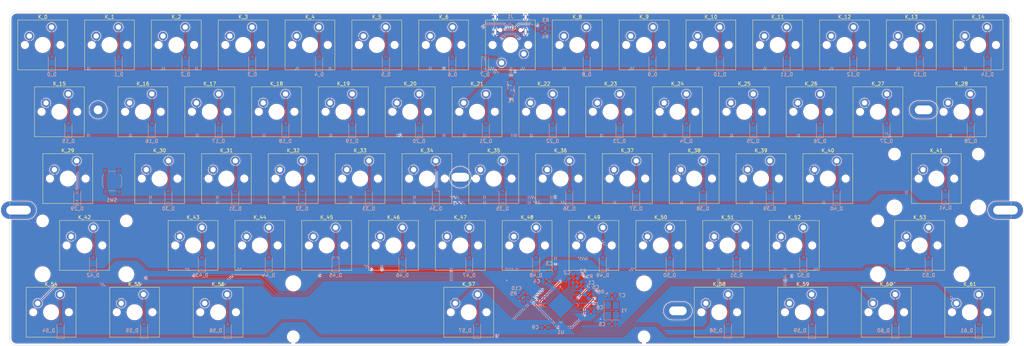
<source format=kicad_pcb>
(kicad_pcb (version 20240108) (generator "pcbnew") (generator_version "8.0")
  (layers (0 "F.Cu" signal) (31 "B.Cu" signal) (34 "B.Paste" user) (35 "F.Paste" user) (36 "B.SilkS" user "B.Silkscreen") (37 "F.SilkS" user "F.Silkscreen") (38 "B.Mask" user) (39 "F.Mask" user) (44 "Edge.Cuts" user))
  (net 0 "")
  (net 1 "Net-(D_0-A)")
  (net 2 "Net-(D_1-A)")
  (net 3 "col0")
  (net 4 "col1")
  (net 5 "col2")
  (net 6 "col3")
  (net 7 "col4")
  (net 8 "col5")
  (net 9 "col6")
  (net 10 "col7")
  (net 11 "col8")
  (net 12 "col9")
  (net 13 "col10")
  (net 14 "col11")
  (net 15 "col12")
  (net 16 "col13")
  (net 17 "col14")
  (net 18 "Net-(D_2-A)")
  (net 19 "row0")
  (net 20 "row1")
  (net 21 "row2")
  (net 22 "row3")
  (net 23 "row4")
  (net 24 "Net-(D_3-A)")
  (net 25 "Net-(D_4-A)")
  (net 26 "Net-(D_5-A)")
  (net 27 "Net-(D_6-A)")
  (net 28 "Net-(D_7-A)")
  (net 29 "Net-(D_8-A)")
  (net 30 "Net-(D_9-A)")
  (net 31 "Net-(D_10-A)")
  (net 32 "Net-(D_11-A)")
  (net 33 "Net-(D_12-A)")
  (net 34 "Net-(D_13-A)")
  (net 35 "Net-(D_14-A)")
  (net 36 "Net-(D_15-A)")
  (net 37 "Net-(D_16-A)")
  (net 38 "Net-(D_17-A)")
  (net 39 "Net-(D_18-A)")
  (net 40 "Net-(D_19-A)")
  (net 41 "Net-(D_20-A)")
  (net 42 "Net-(D_21-A)")
  (net 43 "Net-(D_22-A)")
  (net 44 "Net-(D_23-A)")
  (net 45 "Net-(D_24-A)")
  (net 46 "Net-(D_25-A)")
  (net 47 "Net-(D_26-A)")
  (net 48 "Net-(D_27-A)")
  (net 49 "Net-(D_28-A)")
  (net 50 "Net-(D_29-A)")
  (net 51 "Net-(D_30-A)")
  (net 52 "Net-(D_31-A)")
  (net 53 "Net-(D_32-A)")
  (net 54 "Net-(D_33-A)")
  (net 55 "Net-(D_34-A)")
  (net 56 "Net-(D_35-A)")
  (net 57 "Net-(D_36-A)")
  (net 58 "Net-(D_37-A)")
  (net 59 "Net-(D_38-A)")
  (net 60 "Net-(D_39-A)")
  (net 61 "Net-(D_40-A)")
  (net 62 "Net-(D_41-A)")
  (net 63 "Net-(D_42-A)")
  (net 64 "Net-(D_43-A)")
  (net 65 "Net-(D_44-A)")
  (net 66 "Net-(D_45-A)")
  (net 67 "Net-(D_46-A)")
  (net 68 "Net-(D_47-A)")
  (net 69 "Net-(D_48-A)")
  (net 70 "Net-(D_49-A)")
  (net 71 "Net-(D_50-A)")
  (net 72 "Net-(D_51-A)")
  (net 73 "Net-(D_52-A)")
  (net 74 "Net-(D_53-A)")
  (net 75 "Net-(D_54-A)")
  (net 76 "Net-(D_55-A)")
  (net 77 "Net-(D_56-A)")
  (net 78 "Net-(D_57-A)")
  (net 79 "Net-(D_58-A)")
  (net 80 "Net-(D_59-A)")
  (net 81 "Net-(D_60-A)")
  (net 82 "Net-(D_61-A)")
  (net 83 "GND")
  (net 84 "Net-(U1-D+)")
  (net 85 "Net-(U1-D-)")
  (net 88 "Net-(J1-CC1)")
  (net 89 "Net-(J1-CC2)")
  (net 90 "Net-(U1-UCAP)")
  (net 91 "Net-(U1-XTAL1)")
  (net 92 "Net-(U1-XTAL2)")
  (net 96 "Net-(F1-Pad2)")
  (net 97 "D+")
  (net 98 "D-")
  (net 99 "Net-(U1-~{HWB}{slash}PE2)")
  (net 100 "Net-(U1-~{RESET})")
  (net 104 "VCC")
  (footprint "keyboard_switches:SW_Cherry_MX_PCB_1.00u" (layer "F.Cu") (at 303.225 178.45)
    (property "Reference" "K_21")
    (property "Value" "KEYSW")
  )
  (footprint "keyboard_switches:SW_Cherry_MX_PCB_1.00u" (layer "F.Cu") (at 360.375 178.45)
    (property "Reference" "K_24")
    (property "Value" "KEYSW")
  )
  (footprint "keyboard_switches:SW_Cherry_MX_PCB_1.00u" (layer "F.Cu") (at 350.85 159.4)
    (property "Reference" "K_9")
    (property "Value" "KEYSW")
  )
  (footprint "keyboard_switches:SW_Cherry_MX_PCB_1.25u" (layer "F.Cu") (at 396.09375 235.6)
    (property "Reference" "K_59")
    (property "Value" "KEYSW")
  )
  (footprint "keyboard_switches:SW_Cherry_MX_PCB_1.00u" (layer "F.Cu") (at 274.65 159.4)
    (property "Reference" "K_5")
    (property "Value" "KEYSW")
  )
  (footprint "keyboard_switches:SW_Cherry_MX_PCB_1.25u" (layer "F.Cu") (at 419.90625 235.6)
    (property "Reference" "K_60")
    (property "Value" "KEYSW")
  )
  (footprint "keyboard_switches:SW_Cherry_MX_PCB_1.00u" (layer "F.Cu") (at 427.05 159.4)
    (property "Reference" "K_13")
    (property "Value" "KEYSW")
  )
  (footprint "keyboard_switches:SW_Cherry_MX_PCB_1.00u" (layer "F.Cu") (at 217.5 159.4)
    (property "Reference" "K_2")
    (property "Value" "KEYSW")
  )
  (footprint "keyboard_switches:SW_Cherry_MX_PCB_1.00u" (layer "F.Cu") (at 198.45 159.4)
    (property "Reference" "K_1")
    (property "Value" "KEYSW")
  )
  (footprint "keyboard_switches:SW_Cherry_MX_PCB_1.00u" (layer "F.Cu") (at 398.475 178.45)
    (property "Reference" "K_26")
    (property "Value" "KEYSW")
  )
  (footprint "keyboard_switches:SW_Cherry_MX_PCB_1.00u" (layer "F.Cu") (at 384.1875 197.5)
    (property "Reference" "K_39")
    (property "Value" "KEYSW")
  )
  (footprint "keyboard_switches:SW_Cherry_MX_PCB_1.00u" (layer "F.Cu") (at 312.75 159.4 180)
    (property "Reference" "K_7" (hide yes))
    (property "Value" "KEYSW")
  )
  (footprint "keyboard_switches:SW_Cherry_MX_PCB_1.00u" (layer "F.Cu") (at 331.8 159.4)
    (property "Reference" "K_8")
    (property "Value" "KEYSW")
  )
  (footprint "keyboard_switches:SW_Cherry_MX_PCB_1.25u" (layer "F.Cu") (at 443.71875 235.6)
    (property "Reference" "K_61")
    (property "Value" "KEYSW")
  )
  (footprint "keyboard_switches:SW_Cherry_MX_PCB_1.00u" (layer "F.Cu") (at 212.7375 197.5)
    (property "Reference" "K_30")
    (property "Value" "KEYSW")
  )
  (footprint "keyboard_switches:SW_Cherry_MX_PCB_1.00u" (layer "F.Cu") (at 179.4 159.4)
    (property "Reference" "K_0")
    (property "Value" "KEYSW")
  )
  (footprint "keyboard_switches:SW_Cherry_MX_PCB_1.00u" (layer "F.Cu") (at 379.425 178.45)
    (property "Reference" "K_25")
    (property "Value" "KEYSW")
  )
  (footprint "keyboard_switches:SW_Cherry_MX_PCB_2.25u" (layer "F.Cu") (at 434.19375 197.5)
    (property "Reference" "K_41")
    (property "Value" "KEYSW")
  )
  (footprint "keyboard_switches:SW_Cherry_MX_PCB_1.00u" (layer "F.Cu") (at 336.5625 216.55)
    (property "Reference" "K_49")
    (property "Value" "KEYSW")
  )
  (footprint "keyboard_switches:SW_Cherry_MX_PCB_1.00u" (layer "F.Cu") (at 279.4125 216.55)
    (property "Reference" "K_46")
    (property "Value" "KEYSW")
  )
  (footprint "keyboard_switches:SW_Cherry_MX_PCB_1.00u" (layer "F.Cu") (at 293.7 159.4)
    (property "Reference" "K_6")
    (property "Value" "KEYSW")
  )
  (footprint "keyboard_switches:SW_Cherry_MX_PCB_1.00u" (layer "F.Cu") (at 369.9 159.4)
    (property "Reference" "K_10")
    (property "Value" "KEYSW")
  )
  (footprint "keyboard_stabilizer:Stabilizer_Cherry_MX_2.00u" (layer "F.Cu") (at 434.19375 197.5)
    (property "Reference" "REF**" (hide yes))
    (property "Value" "Stabilizer_Cherry_MX_2.00u")
  )
  (footprint "keyboard_switches:SW_Cherry_MX_PCB_1.00u" (layer "F.Cu") (at 417.525 178.45)
    (property "Reference" "K_27")
    (property "Value" "KEYSW")
  )
  (footprint "keyboard_switches:SW_Cherry_MX_PCB_1.00u" (layer "F.Cu") (at 284.175 178.45)
    (property "Reference" "K_20")
    (property "Value" "KEYSW")
  )
  (footprint "keyboard_switches:SW_Cherry_MX_PCB_1.00u" (layer "F.Cu") (at 307.9875 197.5)
    (property "Reference" "K_35")
    (property "Value" "KEYSW")
  )
  (footprint "keyboard_stabilizer:Stabilizer_Cherry_MX_2.00u" (layer "F.Cu") (at 191.30625 216.55)
    (property "Reference" "REF**" (hide yes))
    (property "Value" "Stabilizer_Cherry_MX_2.00u")
  )
  (footprint "keyboard_switches:SW_Cherry_MX_PCB_1.00u" (layer "F.Cu") (at 346.0875 197.5)
    (property "Reference" "K_37")
    (property "Value" "KEYSW")
  )
  (footprint "keyboard_switches:SW_Cherry_MX_PCB_1.00u" (layer "F.Cu") (at 327.0375 197.5)
    (property "Reference" "K_36")
    (property "Value" "KEYSW")
  )
  (footprint "keyboard_switches:SW_Cherry_MX_PCB_1.00u" (layer "F.Cu") (at 207.975 178.45)
    (property "Reference" "K_16")
    (property "Value" "KEYSW")
  )
  (footprint "keyboard_switches:SW_Cherry_MX_PCB_1.00u" (layer "F.Cu") (at 408 159.4)
    (property "Reference" "K_12")
    (property "Value" "KEYSW")
  )
  (footprint "keyboard_switches:SW_Cherry_MX_PCB_1.00u" (layer "F.Cu") (at 260.3625 216.55)
    (property "Reference" "K_45")
    (property "Value" "KEYSW")
  )
  (footprint "keyboard_switches:SW_Cherry_MX_PCB_1.00u" (layer "F.Cu") (at 365.1375 197.5)
    (property "Reference" "K_38")
    (property "Value" "KEYSW")
  )
  (footprint "keyboard_switches:SW_Cherry_MX_PCB_1.25u" (layer "F.Cu") (at 372.28125 235.6)
    (property "Reference" "K_58")
    (property "Value" "KEYSW")
  )
  (footprint "keyboard_switches:SW_Cherry_MX_PCB_1.25u" (layer "F.Cu") (at 229.40625 235.6)
    (property "Reference" "K_56")
    (property "Value" "KEYSW")
  )
  (footprint "keyboard_switches:SW_Cherry_MX_PCB_6.25u" (layer "F.Cu") (at 300.84375 235.6)
    (property "Reference" "K_57")
    (property "Value" "KEYSW")
  )
  (footprint "keyboard_switches:SW_Cherry_MX_PCB_1.00u" (layer "F.Cu") (at 322.275 178.45)
    (property "Reference" "K_22")
    (property "Value" "KEYSW")
  )
  (footprint "keyboard_switches:SW_Cherry_MX_PCB_1.00u" (layer "F.Cu") (at 250.8375 197.5)
    (property "Reference" "K_32")
    (property "Value" "KEYSW")
  )
  (footprint "keyboard_switches:SW_Cherry_MX_PCB_2.75u" (layer "F.Cu") (at 429.43125 216.55)
    (property "Reference" "K_53")
    (property "Value" "KEYSW")
  )
  (footprint "keyboard_switches:SW_Cherry_MX_PCB_1.00u" (layer "F.Cu") (at 341.325 178.45)
    (property "Reference" "K_23")
    (property "Value" "KEYSW")
  )
  (footprint "keyboard_stabilizer:Stabilizer_Cherry_MX_2.00u" (layer "F.Cu") (at 429.43125 216.55)
    (property "Reference" "REF**" (hide yes))
    (property "Value" "Stabilizer_Cherry_MX_2.00u")
  )
  (footprint "keyboard_switches:SW_Cherry_MX_PCB_1.00u" (layer "F.Cu") (at 298.4625 216.55)
    (property "Reference" "K_47")
    (property "Value" "KEYSW")
  )
  (footprint "keyboard_switches:SW_Cherry_MX_PCB_1.00u" (layer "F.Cu") (at 288.9375 197.5)
    (property "Reference" "K_34")
    (property "Value" "KEYSW")
  )
  (footprint "keyboard_switches:SW_Cherry_MX_PCB_1.00u" (layer "F.Cu") (at 241.3125 216.55)
    (property "Reference" "K_44")
    (property "Value" "KEYSW")
  )
  (footprint "keyboard_switches:SW_Cherry_MX_PCB_1.00u" (layer "F.Cu") (at 388.95 159.4)
    (property "Reference" "K_11")
    (property "Value" "KEYSW")
  )
  (footprint "keyboard_switches:SW_Cherry_MX_PCB_1.00u" (layer "F.Cu") (at 393.7125 216.55)
    (property "Reference" "K_52")
    (property "Value" "KEYSW")
  )
  (footprint "keyboard_switches:SW_Cherry_MX_PCB_1.00u" (layer "F.Cu") (at 355.6125 216.55)
    (property "Reference" "K_50")
    (property "Value" "KEYSW")
  )
  (footprint "keyboard_switches:SW_Cherry_MX_PCB_1.00u" (layer "F.Cu") (at 446.1 159.4)
    (property "Reference" "K_14")
    (property "Value" "KEYSW")
  )
  (footprint "keyboard_switches:SW_Cherry_MX_PCB_1.00u" (layer "F.Cu") (at 255.6 159.4)
    (property "Reference" "K_4")
    (property "Value" "KEYSW")
  )
  (footprint "keyboard_switches:SW_Cherry_MX_PCB_1.00u" (layer "F.Cu") (at 246.075 178.45)
    (property "Reference" "K_18")
    (property "Value" "KEYSW")
  )
  (footprint "keyboard_switches:SW_Cherry_MX_PCB_1.50u" (layer "F.Cu") (at 441.3375 178.45)
    (property "Reference" "K_28")
    (property "Value" "KEYSW")
  )
  (footprint "keyboard_switches:SW_Cherry_MX_PCB_1.00u" (layer "F.Cu") (at 231.7875 197.5)
    (property "Reference" "K_31")
    (property "Value" "KEYSW")
  )
  (footprint "keyboard_switches:SW_Cherry_MX_PCB_2.25u" (layer "F.Cu") (at 191.30625 216.55)
    (property "Reference" "K_42")
    (property "Value" "KEYSW")
  )
  (footprint "keyboard_switches:SW_Cherry_MX_PCB_1.25u" (layer "F.Cu") (at 181.78125 235.6)
    (property "Reference" "K_54")
    (property "Value" "KEYSW")
  )
  (footprint "keyboard_switches:SW_Cherry_MX_PCB_1.00u" (layer "F.Cu") (at 374.6625 216.55)
    (property "Reference" "K_51")
    (property "Value" "KEYSW")
  )
  (footprint "keyboard_switches:SW_Cherry_MX_PCB_1.00u" (layer "F.Cu") (at 317.5125 216.55)
    (property "Reference" "K_48")
    (property "Value" "KEYSW")
  )
  (footprint "keyboard_switches:SW_Cherry_MX_PCB_1.00u" (layer "F.Cu") (at 236.55 159.4)
    (property "Reference" "K_3")
    (property "Value" "KEYSW")
  )
  (footprint "keyboard_switches:SW_Cherry_MX_PCB_1.00u" (layer "F.Cu") (at 403.2375 197.5)
    (property "Reference" "K_40")
    (property "Value" "KEYSW")
  )
  (footprint "keyboard_stabilizer:Stabilizer_Cherry_MX_6.25u" (layer "F.Cu") (at 300.84375 235.6 180)
    (property "Reference" "REF**" (hide yes))
    (property "Value" "Stabilizer_Cherry_MX_6.25u")
  )
  (footprint "keyboard_switches:SW_Cherry_MX_PCB_1.00u" (layer "F.Cu") (at 269.8875 197.5)
    (property "Reference" "K_33")
    (property "Value" "KEYSW")
  )
  (footprint "keyboard_switches:SW_Cherry_MX_PCB_1.00u" (layer "F.Cu") (at 222.2625 216.55)
    (property "Reference" "K_43")
    (property "Value" "KEYSW")
  )
  (footprint "keyboard_switches:SW_Cherry_MX_PCB_1.50u" (layer "F.Cu") (at 184.1625 178.45)
    (property "Reference" "K_15")
    (property "Value" "KEYSW")
  )
  (footprint "keyboard_switches:SW_Cherry_MX_PCB_1.25u" (layer "F.Cu") (at 205.59375 235.6)
    (property "Reference" "K_55")
    (property "Value" "KEYSW")
  )
  (footprint "keyboard_switches:SW_Cherry_MX_PCB_1.75u" (layer "F.Cu") (at 186.54375 197.5)
    (property "Reference" "K_29")
    (property "Value" "KEYSW")
  )
  (footprint "keyboard_switches:SW_Cherry_MX_PCB_1.00u" (layer "F.Cu") (at 227.025 178.45)
    (property "Reference" "K_17")
    (property "Value" "KEYSW")
  )
  (footprint "keyboard_switches:SW_Cherry_MX_PCB_1.00u" (layer "F.Cu") (at 265.125 178.45)
    (property "Reference" "K_19")
    (property "Value" "KEYSW")
  )
  (footprint "custom_components:D_SOD-123_vertical" (layer "B.Cu") (at 422.5 240.75 90)
    (property "Reference" "D_60")
    (property "Value" "D")
  )
  (footprint "custom_components:D_SOD-123_vertical" (layer "B.Cu") (at 305.75 183.5 90)
    (property "Reference" "D_21")
    (property "Value" "D")
  )
  (footprint "custom_components:D_SOD-123_vertical" (layer "B.Cu") (at 386.7 202.75 90)
    (property "Reference" "D_39")
    (property "Value" "D")
  )
  (footprint "custom_components:D_SOD-123_vertical" (layer "B.Cu") (at 296.2 164.5 90)
    (property "Reference" "D_6")
    (property "Value" "D")
  )
  (footprint "custom_components:D_SOD-123_vertical" (layer "B.Cu") (at 420 183.5 90)
    (property "Reference" "D_27")
    (property "Value" "D")
  )
  (footprint "custom_components:D_SOD-123_vertical" (layer "B.Cu") (at 232.125 240.75 90)
    (property "Reference" "D_56")
    (property "Value" "D")
  )
  (footprint "Resistor_SMD:R_0603_1608Metric_Pad0.98x0.95mm_HandSolder" (layer "B.Cu") (at 315.8 231.95 135)
    (property "Reference" "R5")
    (property "Value" "10k")
  )
  (footprint "Resistor_SMD:R_0603_1608Metric_Pad0.98x0.95mm_HandSolder" (layer "B.Cu") (at 332.328509 227.658749 -135)
    (property "Reference" "R1")
    (property "Value" "22")
  )
  (footprint "custom_components:D_SOD-123_vertical" (layer "B.Cu") (at 277.25 164.5 90)
    (property "Reference" "D_5")
    (property "Value" "D")
  )
  (footprint "Capacitor_SMD:C_0603_1608Metric_Pad1.08x0.95mm_HandSolder" (layer "B.Cu") (at 334.591251 229.921491 45)
    (property "Reference" "C5")
    (property "Value" "0.1uF")
  )
  (footprint "Capacitor_SMD:C_0603_1608Metric_Pad1.08x0.95mm_HandSolder" (layer "B.Cu") (at 341.7 230.8 180)
    (property "Reference" "C7")
    (property "Value" "22pF")
  )
  (footprint "Capacitor_SMD:C_0603_1608Metric_Pad1.08x0.95mm_HandSolder" (layer "B.Cu") (at 322.937499 226.8 180)
    (property "Reference" "C4")
    (property "Value" "0.1uF")
  )
  (footprint "custom_mounting_hole:MountingHole_7mm_2.5mm_M2_Pad" (layer "B.Cu") (at 298.45 197.1 180)
    (property "Reference" "REF**" (hide yes))
    (property "Value" "MountingHole_7mm_2.5mm_M2_Pad" (hide yes))
  )
  (footprint "custom_components:D_SOD-123_vertical" (layer "B.Cu") (at 405.75 202.75 90)
    (property "Reference" "D_40")
    (property "Value" "D")
  )
  (footprint "custom_components:D_SOD-123_vertical" (layer "B.Cu") (at 339.1 221.75 90)
    (property "Reference" "D_49")
    (property "Value" "D")
  )
  (footprint "custom_components:D_SOD-123_vertical" (layer "B.Cu") (at 281.95 221.75 90)
    (property "Reference" "D_46")
    (property "Value" "D")
  )
  (footprint "custom_components:D_SOD-123_vertical" (layer "B.Cu") (at 372.5 164.5 90)
    (property "Reference" "D_10")
    (property "Value" "D")
  )
  (footprint "custom_components:D_SOD-123_vertical" (layer "B.Cu") (at 448.75 164.5 90)
    (property "Reference" "D_14")
    (property "Value" "D")
  )
  (footprint "custom_components:D_SOD-123_vertical" (layer "B.Cu") (at 239.15 164.5 90)
    (property "Reference" "D_3")
    (property "Value" "D")
  )
  (footprint "Resistor_SMD:R_0603_1608Metric_Pad0.98x0.95mm_HandSolder" (layer "B.Cu") (at 331.197138 226.527378 -135)
    (property "Reference" "R2")
    (property "Value" "22")
  )
  (footprint "Resistor_SMD:R_0603_1608Metric_Pad0.98x0.95mm_HandSolder" (layer "B.Cu") (at 322.7 153.8)
    (property "Reference" "R3")
    (property "Value" "5.1k")
  )
  (footprint "custom_components:D_SOD-123_vertical" (layer "B.Cu") (at 229.55 183.5 90)
    (property "Reference" "D_17")
    (property "Value" "D")
  )
  (footprint "Resistor_SMD:R_0603_1608Metric_Pad0.98x0.95mm_HandSolder" (layer "B.Cu") (at 322.7 155.4 180)
    (property "Reference" "R4")
    (property "Value" "5.1k")
  )
  (footprint "custom_components:D_SOD-123_vertical" (layer "B.Cu") (at 301 221.75 90)
    (property "Reference" "D_47")
    (property "Value" "D")
  )
  (footprint "custom_components:D_SOD-123_vertical" (layer "B.Cu") (at 353.25 164.5 90)
    (property "Reference" "D_9")
    (property "Value" "D")
  )
  (footprint "custom_components:D_SOD-123_vertical" (layer "B.Cu") (at 374.75 240.75 90)
    (property "Reference" "D_58")
    (property "Value" "D")
  )
  (footprint "custom_components:D_SOD-123_vertical" (layer "B.Cu") (at 220.1 164.5 90)
    (property "Reference" "D_2")
    (property "Value" "D")
  )
  (footprint "custom_components:D_SOD-123_vertical" (layer "B.Cu") (at 348.6 202.75 90)
    (property "Reference" "D_37")
    (property "Value" "D")
  )
  (footprint "custom_components:D_SOD-123_vertical" (layer "B.Cu") (at 432 221.75 90)
    (property "Reference" "D_53")
    (property "Value" "D")
  )
  (footprint "custom_components:D_SOD-123_vertical" (layer "B.Cu") (at 329.55 202.75 90)
    (property "Reference" "D_36")
    (property "Value" "D")
  )
  (footprint "Capacitor_SMD:C_0603_1608Metric_Pad1.08x0.95mm_HandSolder" (layer "B.Cu") (at 333.45988 228.79012 45)
    (property "Reference" "C1")
    (property "Value" "1uF")
  )
  (footprint "custom_mounting_hole:MountingHole_5mmx2.5mm_M2_Pad" (layer "B.Cu") (at 430.55 177.9 180)
    (property "Reference" "REF**" (hide yes))
    (property "Value" "MountingHole_5mmx2.5mm_M2_Pad" (hide yes))
  )
  (footprint "custom_components:D_SOD-123_vertical" (layer "B.Cu") (at 436.75 202.5 90)
    (property "Reference" "D_41")
    (property "Value" "D")
  )
  (footprint "custom_components:D_SOD-123_vertical" (layer "B.Cu") (at 210.5 183.5 90)
    (property "Reference" "D_16")
    (property "Value" "D")
  )
  (footprint "Capacitor_SMD:C_0603_1608Metric_Pad1.08x0.95mm_HandSolder" (layer "B.Cu") (at 317.09012 230.69012 135)
    (property "Reference" "C10")
    (property "Value" "0.1uF")
  )
  (footprint "custom_components:D_SOD-123_vertical" (layer "B.Cu") (at 334.5 164.5 90)
    (property "Reference" "D_8")
    (property "Value" "D")
  )
  (footprint "Package_DFN_QFN:QFN-44-1EP_7x7mm_P0.5mm_EP5.2x5.2mm" (layer "B.Cu") (at 327.1 233.619239 -135)
    (property "Reference" "U1")
    (property "Value" "ATmega32U4-M")
  )
  (footprint "custom_components:D_SOD-123_vertical" (layer "B.Cu") (at 367.65 202.75 90)
    (property "Reference" "D_38")
    (property "Value" "D")
  )
  (footprint "Button_Switch_SMD:SW_Push_1P1T_XKB_TS-1187A" (layer "B.Cu") (at 199.15 198.2 90)
    (property "Reference" "SW1")
    (property "Value" "SW_Push")
  )
  (footprint "custom_components:D_SOD-123_vertical" (layer "B.Cu") (at 320.05 221.75 90)
    (property "Reference" "D_48")
    (property "Value" "D")
  )
  (footprint "custom_components:D_SOD-123_vertical" (layer "B.Cu") (at 234.3 202.75 90)
    (property "Reference" "D_31")
    (property "Value" "D")
  )
  (footprint "custom_components:D_SOD-123_vertical" (layer "B.Cu") (at 303.25 240.75 90)
    (property "Reference" "D_57")
    (property "Value" "D")
  )
  (footprint "Capacitor_SMD:C_0603_1608Metric_Pad1.08x0.95mm_HandSolder" (layer "B.Cu") (at 324.712501 223.25 180)
    (property "Reference" "C3")
    (property "Value" "10uF")
  )
  (footprint "Resistor_SMD:R_0603_1608Metric_Pad0.98x0.95mm_HandSolder" (layer "B.Cu") (at 335.75 231.05 -135)
    (property "Reference" "R6")
    (property "Value" "10k")
  )
  (footprint "custom_components:D_SOD-123_vertical" (layer "B.Cu") (at 201.05 164.5 90)
    (property "Reference" "D_1")
    (property "Value" "D")
  )
  (footprint "custom_components:D_SOD-123_vertical" (layer "B.Cu") (at 272.4 202.75 90)
    (property "Reference" "D_33")
    (property "Value" "D")
  )
  (footprint "custom_mounting_hole:MountingHole_7mmx2.5mm_M2_Pad" (layer "B.Cu") (at 172.5 206.5 180)
    (property "Reference" "REF**" (hide yes))
    (property "Value" "MountingHole_7mmx2.5mm_M2_Pad" (hide yes))
  )
  (footprint "custom_components:D_SOD-123_vertical" (layer "B.Cu") (at 446.25 240.75 90)
    (property "Reference" "D_61")
    (property "Value" "D")
  )
  (footprint "custom_components:D_SOD-123_vertical" (layer "B.Cu") (at 208.3125 240.75 90)
    (property "Reference" "D_55")
    (property "Value" "D")
  )
  (footprint "Capacitor_SMD:C_0603_1608Metric_Pad1.08x0.95mm_HandSolder" (layer "B.Cu") (at 335.75 235.4)
    (property "Reference" "C8")
    (property "Value" "0.1uF")
  )
  (footprint "custom_components:D_SOD-123_vertical" (layer "B.Cu") (at 189.25 202.75 90)
    (property "Reference" "D_29")
    (property "Value" "D")
  )
  (footprint "custom_components:D_SOD-123_vertical" (layer "B.Cu") (at 224.8 221.75 90)
    (property "Reference" "D_43")
    (property "Value" "D")
  )
  (footprint "custom_components:D_SOD-123_vertical" (layer "B.Cu") (at 253.35 202.75 90)
    (property "Reference" "D_32")
    (property "Value" "D")
  )
  (footprint "custom_components:D_SOD-123_vertical" (layer "B.Cu") (at 401 183.5 90)
    (property "Reference" "D_26")
    (property "Value" "D")
  )
  (footprint "custom_components:D_SOD-123_vertical" (layer "B.Cu") (at 398.75 240.75 90)
    (property "Reference" "D_59")
    (property "Value" "D")
  )
  (footprint "custom_components:D_SOD-123_vertical" (layer "B.Cu") (at 248.6 183.5 90)
    (property "Reference" "D_18")
    (property "Value" "D")
  )
  (footprint "custom_mounting_hole:MountingHole_2.5mm_M2_Pad" (layer "B.Cu") (at 195.2 177.9 180)
    (property "Reference" "REF**" (hide yes))
    (property "Value" "MountingHole_2.5mm_M2_Pad" (hide yes))
  )
  (footprint "custom_components:D_SOD-123_vertical" (layer "B.Cu") (at 362.9 183.5 90)
    (property "Reference" "D_24")
    (property "Value" "D")
  )
  (footprint "custom_components:D_SOD-123_vertical" (layer "B.Cu") (at 215.25 202.75 90)
    (property "Reference" "D_30")
    (property "Value" "D")
  )
  (footprint "custom_components:D_SOD-123_vertical" (layer "B.Cu") (at 262.9 221.75 90)
    (property "Reference" "D_45")
    (property "Value" "D")
  )
  (footprint "Capacitor_SMD:C_0603_1608Metric_Pad1.08x0.95mm_HandSolder" (layer "B.Cu") (at 322.537499 239.9 180)
    (property "Reference" "C9")
    (property "Value" "0.1uF")
  )
  (footprint "custom_components:D_SOD-123_vertical" (layer "B.Cu") (at 396.25 221.75 90)
    (property "Reference" "D_52")
    (property "Value" "D")
  )
  (footprint "custom_components:D_SOD-123_vertical" (layer "B.Cu") (at 377.2 221.75 90)
    (property "Reference" "D_51")
    (property "Value" "D")
  )
  (footprint "custom_components:D_SOD-123_vertical" (layer "B.Cu") (at 286.7 183.5 90)
    (property "Reference" "D_20")
    (property "Value" "D")
  )
  (footprint "custom_components:D_SOD-123_vertical" (layer "B.Cu") (at 193.75 221.75 90)
    (property "Reference" "D_42")
    (property "Value" "D")
  )
  (footprint "Capacitor_SMD:C_0603_1608Metric_Pad1.08x0.95mm_HandSolder" (layer "B.Cu") (at 341.7 239 180)
    (property "Reference" "C6")
    (property "Value" "22pF")
  )
  (footprint "custom_components:D_SOD-123_vertical" (layer "B.Cu") (at 186.75 183.5 90)
    (property "Reference" "D_15")
    (property "Value" "D")
  )
  (footprint "custom_components:D_SOD-123_vertical" (layer "B.Cu") (at 182 164.5 90)
    (property "Reference" "D_0")
    (property "Value" "D")
  )
  (footprint "custom_components:D_SOD-123_vertical" (layer "B.Cu") (at 184.5 240.75 90)
    (property "Reference" "D_54")
    (property "Value" "D")
  )
  (footprint "custom_components:D_SOD-123_vertical" (layer "B.Cu") (at 243.85 221.75 90)
    (property "Reference" "D_44")
    (property "Value" "D")
  )
  (footprint "custom_mounting_hole:MountingHole_5mmx2.5mm_M2_Pad" (layer "B.Cu") (at 360.5 235.2 180)
    (property "Reference" "REF**" (hide yes))
    (property "Value" "MountingHole_5mmx2.5mm_M2_Pad" (hide yes))
  )
  (footprint "custom_components:D_SOD-123_vertical" (layer "B.Cu") (at 381.95 183.5 90)
    (property "Reference" "D_25")
    (property "Value" "D")
  )
  (footprint "custom_components:D_SOD-123_vertical" (layer "B.Cu") (at 343.85 183.5 90)
    (property "Reference" "D_23")
    (property "Value" "D")
  )
  (footprint "custom_components:D_SOD-123_vertical" (layer "B.Cu") (at 358.15 221.75 90)
    (property "Reference" "D_50")
    (property "Value" "D")
  )
  (footprint "custom_components:D_SOD-123_vertical" (layer "B.Cu") (at 444 183.5 90)
    (property "Reference" "D_28")
    (property "Value" "D")
  )
  (footprint "custom_components:D_SOD-123_vertical" (layer "B.Cu") (at 267.65 183.5 90)
    (property "Reference" "D_19")
    (property "Value" "D")
  )
  (footprint "custom_components:D_SOD-123_vertical" (layer "B.Cu") (at 410.5 164.5 90)
    (property "Reference" "D_12")
    (property "Value" "D")
  )
  (footprint "Capacitor_SMD:C_0603_1608Metric_Pad1.08x0.95mm_HandSolder" (layer "B.Cu") (at 330.065767 225.396007 45)
    (property "Reference" "C2")
    (property "Value" "0.1uF")
  )
  (footprint "custom_components:D_SOD-123_vertical" (layer "B.Cu") (at 324.8 183.5 90)
    (property "Reference" "D_22")
    (property "Value" "D")
  )
  (footprint "custom_components:D_SOD-123_vertical" (layer "B.Cu") (at 258.2 164.5 90)
    (property "Reference" "D_4")
    (property "Value" "D")
  )
  (footprint "Crystal:Crystal_SMD_3225-4Pin_3.2x2.5mm_HandSoldering" (layer "B.Cu") (at 341.7 235.1 90)
    (property "Reference" "Y1")
    (property "Value" "16MHz")
  )
  (footprint "custom_components:D_SOD-123_vertical" (layer "B.Cu") (at 305.5 164.55 90)
    (property "Reference" "D_7")
    (property "Value" "D")
  )
  (footprint "Fuse:Fuse_1206_3216Metric_Pad1.42x1.75mm_HandSolder" (layer "B.Cu") (at 312.9 171.5875 90)
    (property "Reference" "F1")
    (property "Value" "500mA")
  )
  (footprint "custom_components:D_SOD-123_vertical" (layer "B.Cu") (at 310.5 202.75 90)
    (property "Reference" "D_35")
    (property "Value" "D")
  )
  (footprint "custom_components:D_SOD-123_vertical" (layer "B.Cu") (at 391.5 164.5 90)
    (property "Reference" "D_11")
    (property "Value" "D")
  )
  (footprint "custom_components:D_SOD-123_vertical" (layer "B.Cu") (at 429.5 164.5 90)
    (property "Reference" "D_13")
    (property "Value" "D")
  )
  (footprint "custom_components:D_SOD-123_vertical" (layer "B.Cu") (at 291.5 202.75 90)
    (property "Reference" "D_34")
    (property "Value" "D")
  )
  (footprint "custom_components:USB_C_Receptacle_G-Switch_GT-USB-7010ASV_custom" (layer "B.Cu") (at 312.75 152.55)
    (property "Reference" "J1")
    (property "Value" "USB_C_Receptacle")
  )
  (footprint "custom_mounting_hole:MountingHole_7mmx2.5mm_M2_Pad" (layer "B.Cu") (at 453.9 206.5 180)
    (property "Reference" "REF**" (hide yes))
    (property "Value" "MountingHole_7mmx2.5mm_M2_Pad" (hide yes))
  )
  (gr_arc (start 172.000001 244.999999) (mid 170.585787 244.414213) (end 170.000001 242.999999) (stroke (width 0.1)) (layer "Edge.Cuts"))
  (gr_arc (start 453.499999 150.000001) (mid 454.914213 150.585787) (end 455.499999 152.000001) (stroke (width 0.1)) (layer "Edge.Cuts"))
  (gr_line (start 170 152) (end 170.000001 242.999999) (stroke (width 0.1)) (layer "Edge.Cuts"))
  (gr_line (start 453.499999 244.999999) (end 172.000001 244.999999) (stroke (width 0.1)) (layer "Edge.Cuts"))
  (gr_line (start 455.5 152) (end 455.5 243) (stroke (width 0.1)) (layer "Edge.Cuts"))
  (gr_arc (start 455.499999 242.999999) (mid 454.914213 244.414213) (end 453.499999 244.999999) (stroke (width 0.1)) (layer "Edge.Cuts"))
  (gr_arc (start 170 152) (mid 170.585786 150.585786) (end 172 150) (stroke (width 0.1)) (layer "Edge.Cuts"))
  (gr_line (start 172 150) (end 453.499999 150.000001) (stroke (width 0.1)) (layer "Edge.Cuts"))
  (segment (start 182.025 162.825) (end 182 162.85) (width 0.25) (layer "B.Cu") (net 1))
  (segment (start 181.94 154.32) (end 182.025 154.405) (width 0.25) (layer "B.Cu") (net 1))
  (segment (start 182.025 154.405) (end 182.025 162.825) (width 0.25) (layer "B.Cu") (net 1))
  (segment (start 201.075 154.405) (end 201.075 162.825) (width 0.25) (layer "B.Cu") (net 2))
  (segment (start 201.075 162.825) (end 201.05 162.85) (width 0.25) (layer "B.Cu") (net 2))
  (segment (start 200.99 154.32) (end 201.075 154.405) (width 0.25) (layer "B.Cu") (net 2))
  (segment (start 181.5375 193.76375) (end 182.73375 194.96) (width 0.25) (layer "F.Cu") (net 3))
  (segment (start 180.3525 175.91) (end 181.5375 177.095) (width 0.25) (layer "F.Cu") (net 3))
  (segment (start 175.82 171.3775) (end 180.3525 175.91) (width 0.25) (layer "F.Cu") (net 3))
  (segment (start 182.73375 194.96) (end 182.96375 195.19) (width 0.25) (layer "F.Cu") (net 3))
  (segment (start 182.96375 228.0675) (end 177.97125 233.06) (width 0.25) (layer "F.Cu") (net 3))
  (segment (start 182.96375 195.19) (end 182.96375 228.0675) (width 0.25) (layer "F.Cu") (net 3))
  (segment (start 175.82 157.09) (end 175.82 171.3775) (width 0.25) (layer "F.Cu") (net 3))
  (segment (start 175.59 156.86) (end 175.82 157.09) (width 0.25) (layer "F.Cu") (net 3))
  (segment (start 181.5375 177.095) (end 181.5375 193.76375) (width 0.25) (layer "F.Cu") (net 3))
  (segment (start 313.915117 236.930235) (end 303.284882 226.3) (width 0.25) (layer "B.Cu") (net 3))
  (segment (start 177.97125 233.06) (end 183.23125 227.8) (width 0.25) (layer "B.Cu") (net 3))
  (segment (start 325.093585 236.332761) (end 324.496111 236.930235) (width 0.25) (layer "B.Cu") (net 3))
  (segment (start 183.23125 227.8) (end 242.2 227.8) (width 0.25) (layer "B.Cu") (net 3))
  (segment (start 303.284882 226.3) (end 259.427388 226.3) (width 0.25) (layer "B.Cu") (net 3))
  (segment (start 242.2 227.8) (end 245.2 230.8) (width 0.25) (layer "B.Cu") (net 3))
  (segment (start 245.2 230.8) (end 254.927388 230.8) (width 0.25) (layer "B.Cu") (net 3))
  (segment (start 324.496111 236.930235) (end 313.915117 236.930235) (width 0.25) (layer "B.Cu") (net 3))
  (segment (start 254.927388 230.8) (end 259.427388 226.3) (width 0.25) (layer "B.Cu") (net 3))
  (segment (start 189.16875 196.412689) (end 192.425 193.156439) (width 0.25) (layer "F.Cu") (net 4))
  (segment (start 189.16875 212.3375) (end 189.16875 196.412689) (width 0.25) (layer "F.Cu") (net 4))
  (segment (start 208.8 225.9) (end 208.8 226.04375) (width 0.25) (layer "F.Cu") (net 4))
  (segment (start 194.87 160.13) (end 194.87 157.09) (width 0.25) (layer "F.Cu") (net 4))
  (segment (start 188.68125 219.9575) (end 188.68125 215.195) (width 0.25) (layer "F.Cu") (net 4))
  (segment (start 194.87 157.09) (end 194.64 156.86) (width 0.25) (layer "F.Cu") (net 4))
  (segment (start 192.425 193.156439) (end 192.425 162.575) (width 0.25) (layer "F.Cu") (net 4))
  (segment (start 208.8 226.04375) (end 201.78375 233.06) (width 0.25) (layer "F.Cu") (net 4))
  (segment (start 188.68125 215.195) (end 187.49625 214.01) (width 0.25) (layer "F.Cu") (net 4))
  (segment (start 192.425 162.575) (end 194.87 160.13) (width 0.25) (layer "F.Cu") (net 4))
  (segment (start 187.49625 214.01) (end 189.16875 212.3375) (width 0.25) (layer "F.Cu") (net 4))
  (segment (start 201.78375 233.06) (end 188.68125 219.9575) (width 0.25) (layer "F.Cu") (net 4))
  (via (at 208.8 225.9) (size 0.6) (drill 0.3) (layers "F.Cu" "B.Cu") (net 4))
  (segment (start 241.5 225.9) (end 245.9939 230.3939) (width 0.25) (layer "B.Cu") (net 4))
  (segment (start 254.767802 230.3939) (end 259.261702 225.9) (width 0.25) (layer "B.Cu") (net 4))
  (segment (start 259.261702 225.9) (end 303.450568 225.9) (width 0.25) (layer "B.Cu") (net 4))
  (segment (start 314.080803 236.530235) (end 303.450568 225.9) (width 0.25) (layer "B.Cu") (net 4))
  (segment (start 324.189004 236.530235) (end 314.080803 236.530235) (width 0.25) (layer "B.Cu") (net 4))
  (segment (start 208.8 225.9) (end 241.5 225.9) (width 0.25) (layer "B.Cu") (net 4))
  (segment (start 245.9939 230.3939) (end 254.767802 230.3939) (width 0.25) (layer "B.Cu") (net 4))
  (segment (start 324.740031 235.979208) (end 324.189004 236.530235) (width 0.25) (layer "B.Cu") (net 4))
  (segment (start 222.5 225.1) (end 218.6825 221.2825) (width 0.25) (layer "F.Cu") (net 5))
  (segment (start 210.1125 196.145) (end 210.1125 205.67) (width 0.25) (layer "F.Cu") (net 5))
  (segment (start 210.1125 205.67) (end 218.4525 214.01) (width 0.25) (layer "F.Cu") (net 5))
  (segment (start 213.69 156.86) (end 213.92 157.09) (width 0.25) (layer "F.Cu") (net 5))
  (segment (start 204.165 175.91) (end 204.395 176.14) (width 0.25) (layer "F.Cu") (net 5))
  (segment (start 204.395 190.4275) (end 208.9275 194.96) (width 0.25) (layer "F.Cu") (net 5))
  (segment (start 213.92 157.09) (end 213.92 166.155) (width 0.25) (layer "F.Cu") (net 5))
  (segment (start 218.6825 214.24) (end 218.4525 214.01) (width 0.25) (layer "F.Cu") (net 5))
  (segment (start 218.6825 221.2825) (end 218.6825 214.24) (width 0.25) (layer "F.Cu") (net 5))
  (segment (start 204.395 176.14) (end 204.395 190.4275) (width 0.25) (layer "F.Cu") (net 5))
  (segment (start 213.92 166.155) (end 204.165 175.91) (width 0.25) (layer "F.Cu") (net 5))
  (segment (start 208.9275 194.96) (end 210.1125 196.145) (width 0.25) (layer "F.Cu") (net 5))
  (via (at 222.5 225.1) (size 0.6) (drill 0.3) (layers "F.Cu" "B.Cu") (net 5))
  (segment (start 303.616254 225.5) (end 259.096016 225.5) (width 0.25) (layer "B.Cu") (net 5))
  (segment (start 241.9 225.1) (end 246.7939 229.9939) (width 0.25) (layer "B.Cu") (net 5))
  (segment (start 246.7939 229.9939) (end 254.602116 229.9939) (width 0.25) (layer "B.Cu") (net 5))
  (segment (start 254.602116 229.9939) (end 259.096016 225.5) (width 0.25) (layer "B.Cu") (net 5))
  (segment (start 324.386478 235.625654) (end 323.881897 236.130235) (width 0.25) (layer "B.Cu") (net 5))
  (segment (start 222.5 225.1) (end 241.9 225.1) (width 0.25) (layer "B.Cu") (net 5))
  (segment (start 323.881897 236.130235) (end 314.246489 236.130235) (width 0.25) (layer "B.Cu") (net 5))
  (segment (start 314.246489 236.130235) (end 303.616254 225.5) (width 0.25) (layer "B.Cu") (net 5))
  (segment (start 258.4 225.1) (end 258.0561 224.7561) (width 0.25) (layer "F.Cu") (net 6))
  (segment (start 223.215 175.91) (end 223.215 164.617234) (width 0.25) (layer "F.Cu") (net 6))
  (segment (start 227.9775 194.96) (end 223.445 190.4275) (width 0.25) (layer "F.Cu") (net 6))
  (segment (start 223.215 164.617234) (end 230.972234 156.86) (width 0.25) (layer "F.Cu") (net 6))
  (segment (start 237.7325 214.24) (end 237.7325 220.92375) (width 0.25) (layer "F.Cu") (net 6))
  (segment (start 229.1625 205.67) (end 229.1625 196.145) (width 0.25) (layer "F.Cu") (net 6))
  (segment (start 230.972234 156.86) (end 232.74 156.86) (width 0.25) (layer "F.Cu") (net 6))
  (segment (start 258.0561 224.7561) (end 233.90015 224.7561) (width 0.25) (layer "F.Cu") (net 6))
  (segment (start 229.1625 196.145) (end 227.9775 194.96) (width 0.25) (layer "F.Cu") (net 6))
  (segment (start 223.445 176.14) (end 223.215 175.91) (width 0.25) (layer "F.Cu") (net 6))
  (segment (start 237.5025 214.01) (end 229.1625 205.67) (width 0.25) (layer "F.Cu") (net 6))
  (segment (start 223.445 190.4275) (end 223.445 176.14) (width 0.25) (layer "F.Cu") (net 6))
  (segment (start 233.878125 224.778125) (end 225.59625 233.06) (width 0.25) (layer "F.Cu") (net 6))
  (segment (start 233.90015 224.7561) (end 233.878125 224.778125) (width 0.25) (layer "F.Cu") (net 6))
  (segment (start 237.5025 214.01) (end 237.7325 214.24) (width 0.25) (layer "F.Cu") (net 6))
  (segment (start 237.7325 220.92375) (end 233.878125 224.778125) (width 0.25) (layer "F.Cu") (net 6))
  (via (at 258.4 225.1) (size 0.6) (drill 0.3) (layers "F.Cu" "B.Cu") (net 6))
  (segment (start 314.412175 235.730235) (end 303.78194 225.1) (width 0.25) (layer "B.Cu") (net 6))
  (segment (start 324.032924 235.272101) (end 323.57479 235.730235) (width 0.25) (layer "B.Cu") (net 6))
  (segment (start 303.78194 225.1) (end 258.4 225.1) (width 0.25) (layer "B.Cu") (net 6))
  (segment (start 323.57479 235.730235) (end 314.412175 235.730235) (width 0.25) (layer "B.Cu") (net 6))
  (segment (start 251.79 156.86) (end 252.02 157.09) (width 0.25) (layer "F.Cu") (net 7))
  (segment (start 248.2125 196.145) (end 248.2125 205.67) (width 0.25) (layer "F.Cu") (net 7))
  (segment (start 247.0275 194.96) (end 248.2125 196.145) (width 0.25) (layer "F.Cu") (net 7))
  (segment (start 242.265 175.91) (end 242.495 176.14) (width 0.25) (layer "F.Cu") (net 7))
  (segment (start 269.3 220) (end 259.3 220) (width 0.25) (layer "F.Cu") (net 7))
  (segment (start 248.2125 205.67) (end 256.5525 214.01) (width 0.25) (layer "F.Cu") (net 7))
  (segment (start 272.7 223.4) (end 269.3 220) (width 0.25) (layer "F.Cu") (net 7))
  (segment (start 242.495 176.14) (end 242.495 190.4275) (width 0.25) (layer "F.Cu") (net 7))
  (segment (start 273.1 223.4) (end 272.7 223.4) (width 0.25) (layer "F.Cu") (net 7))
  (segment (start 252.02 157.09) (end 252.02 166.155) (width 0.25) (layer "F.Cu") (net 7))
  (segment (start 256.7825 214.24) (end 256.5525 214.01) (width 0.25) (layer "F.Cu") (net 7))
  (segment (start 259.3 220) (end 256.7825 217.4825) (width 0.25) (layer "F.Cu") (net 7))
  (segment (start 242.495 190.4275) (end 247.0275 194.96) (width 0.25) (layer "F.Cu") (net 7))
  (segment (start 256.7825 217.4825) (end 256.7825 214.24) (width 0.25) (layer "F.Cu") (net 7))
  (segment (start 252.02 166.155) (end 242.265 175.91) (width 0.25) (layer "F.Cu") (net 7))
  (via (at 273.1 223.4) (size 0.6) (drill 0.3) (layers "F.Cu" "B.Cu") (net 7))
  (segment (start 314.577861 235.330235) (end 303.947626 224.7) (width 0.25) (layer "B.Cu") (net 7))
  (segment (start 323.679371 234.918548) (end 323.267684 235.330235) (width 0.25) (layer "B.Cu") (net 7))
  (segment (start 273.1 223.4) (end 274.4 224.7) (width 0.25) (layer "B.Cu") (net 7))
  (segment (start 323.267684 235.330235) (end 314.577861 235.330235) (width 0.25) (layer "B.Cu") (net 7))
  (segment (start 274.4 224.7) (end 303.947626 224.7) (width 0.25) (layer "B.Cu") (net 7))
  (segment (start 275.6025 214.01) (end 267.2625 205.67) (width 0.25) (layer "F.Cu") (net 8))
  (segment (start 261.315 175.91) (end 261.315 165.53368) (width 0.25) (layer "F.Cu") (net 8))
  (segment (start 266.0775 194.96) (end 261.545 190.4275) (width 0.25) (layer "F.Cu") (net 8))
  (segment (start 269.98868 156.86) (end 270.84 156.86) (width 0.25) (layer "F.Cu") (net 8))
  (segment (start 276.1 223.4) (end 276.1 214.5075) (width 0.25) (layer "F.Cu") (net 8))
  (segment (start 261.315 165.53368) (end 269.98868 156.86) (width 0.25) (layer "F.Cu") (net 8))
  (segment (start 267.2625 205.67) (end 267.2625 196.145) (width 0.25) (layer "F.Cu") (net 8))
  (segment (start 261.545 176.14) (end 261.315 175.91) (width 0.25) (layer "F.Cu") (net 8))
  (segment (start 276.1 214.5075) (end 275.6025 214.01) (width 0.25) (layer "F.Cu") (net 8))
  (segment (start 267.2625 196.145) (end 266.0775 194.96) (width 0.25) (layer "F.Cu") (net 8))
  (segment (start 261.545 190.4275) (end 261.545 176.14) (width 0.25) (layer "F.Cu") (net 8))
  (via (at 276.1 223.4) (size 0.6) (drill 0.3) (layers "F.Cu" "B.Cu") (net 8))
  (segment (start 314.743547 234.930235) (end 304.113312 224.3) (width 0.25) (layer "B.Cu") (net 8))
  (segment (start 323.325818 234.564994) (end 322.960577 234.930235) (width 0.25) (layer "B.Cu") (net 8))
  (segment (start 277 224.3) (end 304.113312 224.3) (width 0.25) (layer "B.Cu") (net 8))
  (segment (start 277 224.3) (end 276.1 223.4) (width 0.25) (layer "B.Cu") (net 8))
  (segment (start 322.960577 234.930235) (end 314.743547 234.930235) (width 0.25) (layer "B.Cu") (net 8))
  (segment (start 280.595 190.4275) (end 285.1275 194.96) (width 0.25) (layer "F.Cu") (net 9))
  (segment (start 295.8375 231.86375) (end 297.03375 233.06) (width 0.25) (layer "F.Cu") (net 9))
  (segment (start 294.6525 214.01) (end 295.8375 215.195) (width 0.25) (layer "F.Cu") (net 9))
  (segment (start 295.8375 215.195) (end 295.8375 231.86375) (width 0.25) (layer "F.Cu") (net 9))
  (segment (start 280.365 175.91) (end 289.92 166.355) (width 0.25) (layer "F.Cu") (net 9))
  (segment (start 285.3575 204.715) (end 294.6525 214.01) (width 0.25) (layer "F.Cu") (net 9))
  (segment (start 285.1275 194.96) (end 285.3575 195.19) (width 0.25) (layer "F.Cu") (net 9))
  (segment (start 280.365 175.91) (end 280.595 176.14) (width 0.25) (layer "F.Cu") (net 9))
  (segment (start 289.92 156.89) (end 289.89 156.86) (width 0.25) (layer "F.Cu") (net 9))
  (segment (start 280.595 176.14) (end 280.595 190.4275) (width 0.25) (layer "F.Cu") (net 9))
  (segment (start 285.3575 195.19) (end 285.3575 204.715) (width 0.25) (layer "F.Cu") (net 9))
  (segment (start 289.92 166.355) (end 289.92 156.89) (width 0.25) (layer "F.Cu") (net 9))
  (segment (start 301.621692 228.472058) (end 297.03375 233.06) (width 0.25) (layer "B.Cu") (net 9))
  (segment (start 325.447138 236.686315) (end 324.803218 237.330235) (width 0.25) (layer "B.Cu") (net 9))
  (segment (start 313.749431 237.330235) (end 304.891254 228.472058) (width 0.25) (layer "B.Cu") (net 9))
  (segment (start 304.891254 228.472058) (end 301.621692 228.472058) (width 0.25) (layer "B.Cu") (net 9))
  (segment (start 324.803218 237.330235) (end 313.749431 237.330235) (width 0.25) (layer "B.Cu") (net 9))
  (segment (start 313.7025 214.01) (end 305.3625 205.67) (width 0.25) (layer "F.Cu") (net 10))
  (segment (start 299.645 176.14) (end 299.415 175.91) (width 0.25) (layer "F.Cu") (net 10))
  (segment (start 305.3625 205.67) (end 305.3625 196.145) (width 0.25) (layer "F.Cu") (net 10))
  (segment (start 315.45 166.95) (end 316.56 165.84) (width 0.25) (layer "F.Cu") (net 10))
  (segment (start 314.607843 224.242157) (end 314.607843 214.915343) (width 0.25) (layer "F.Cu") (net 10))
  (segment (start 314.05 166.95) (end 315.45 166.95) (width 0.25) (layer "F.Cu") (net 10))
  (segment (start 321.8 229.25) (end 319.615686 229.25) (width 0.25) (layer "F.Cu") (net 10))
  (segment (start 299.645 190.4275) (end 299.645 176.14) (width 0.25) (layer "F.Cu") (net 10))
  (segment (start 304.1775 194.96) (end 299.645 190.4275) (width 0.25) (layer "F.Cu") (net 10))
  (segment (start 319.615686 229.25) (end 314.607843 224.242157) (width 0.25) (layer "F.Cu") (net 10))
  (segment (start 314.607843 214.915343) (end 313.7025 214.01) (width 0.25) (layer "F.Cu") (net 10))
  (segment (start 316.56 165.84) (end 316.56 161.94) (width 0.25) (layer "F.Cu") (net 10))
  (segment (start 305.3625 196.145) (end 304.1775 194.96) (width 0.25) (layer "F.Cu") (net 10))
  (via (at 321.8 229.25) (size 0.6) (drill 0.3) (layers "F.Cu" "B.Cu") (net 10))
  (via (at 314.05 166.95) (size 0.6) (drill 0.3) (layers "F.Cu" "B.Cu") (net 10))
  (segment (start 309.5 166.95) (end 314.05 166.95) (width 0.25) (layer "B.Cu") (net 10))
  (segment (start 325.093585 230.905717) (end 323.437868 229.25) (width 0.25) (layer "B.Cu") (net 10))
  (segment (start 299.415 175.91) (end 308.375 166.95) (width 0.25) (layer "B.Cu") (net 10))
  (segment (start 308.375 166.95) (end 309.5 166.95) (width 0.25) (layer "B.Cu") (net 10))
  (segment (start 323.437868 229.25) (end 321.8 229.25) (width 0.25) (layer "B.Cu") (net 10))
  (segment (start 324.4125 196.145) (end 324.4125 205.67) (width 0.25) (layer "F.Cu") (net 11))
  (segment (start 328.22 157.09) (end 328.22 166.155) (width 0.25) (layer "F.Cu") (net 11))
  (segment (start 318.465 175.91) (end 318.695 176.14) (width 0.25) (layer "F.Cu") (net 11))
  (segment (start 334.35 220.63076) (end 335 221.28076) (width 0.25) (layer "F.Cu") (net 11))
  (segment (start 327.99 156.86) (end 328.22 157.09) (width 0.25) (layer "F.Cu") (net 11))
  (segment (start 332.7525 215.981522) (end 334.35 217.579022) (width 0.25) (layer "F.Cu") (net 11))
  (segment (start 323.2275 194.96) (end 324.4125 196.145) (width 0.25) (layer "F.Cu") (net 11))
  (segment (start 332.7525 214.01) (end 332.7525 215.981522) (width 0.25) (layer "F.Cu") (net 11))
  (segment (start 332.7525 214.01) (end 332.76 214.01) (width 0.25) (layer "F.Cu") (net 11))
  (segment (start 334.35 217.579022) (end 334.35 220.63076) (width 0.25) (layer "F.Cu") (net 11))
  (segment (start 335 228.547666) (end 332.097666 231.45) (width 0.25) (layer "F.Cu") (net 11))
  (segment (start 335 221.28076) (end 335 228.547666) (width 0.25) (layer "F.Cu") (net 11))
  (segment (start 318.695 190.4275) (end 323.2275 194.96) (width 0.25) (layer "F.Cu") (net 11))
  (segment (start 328.22 166.155) (end 318.465 175.91) (width 0.25) (layer "F.Cu") (net 11))
  (segment (start 318.695 176.14) (end 318.695 190.4275) (width 0.25) (layer "F.Cu") (net 11))
  (segment (start 324.4125 205.67) (end 332.7525 214.01) (width 0.25) (layer "F.Cu") (net 11))
  (via (at 332.097666 231.45) (size 0.6) (drill 0.3) (layers "F.Cu" "B.Cu") (net 11))
  (segment (start 332.1 231.45) (end 332.097666 231.45) (width 0.25) (layer "B.Cu") (net 11))
  (segment (start 332.097666 231.45) (end 330.874182 232.673484) (width 0.25) (layer "B.Cu") (net 11))
  (segment (start 352.0325 218.7675) (end 352.0325 214.24) (width 0.25) (layer "F.Cu") (net 12))
  (segment (start 348.225 165.2) (end 348.225 158.045) (width 0.25) (layer "F.Cu") (net 12))
  (segment (start 342.2775 194.96) (end 338.7 191.3825) (width 0.25) (layer "F.Cu") (net 12))
  (segment (start 342.5075 204.715) (end 351.8025 214.01) (width 0.25) (layer "F.Cu") (net 12))
  (segment (start 352.0325 214.24) (end 351.8025 214.01) (width 0.25) (layer "F.Cu") (net 12))
  (segment (start 338.7 177.095) (end 337.515 175.91) (width 0.25) (layer "F.Cu") (net 12))
  (segment (start 338.7 191.3825) (end 338.7 177.095) (width 0.25) (layer "F.Cu") (net 12))
  (segment (start 337.75 233.05) (end 338.7 232.1) (width 0.25) (layer "F.Cu") (net 12))
  (segment (start 337.515 175.91) (end 348.225 165.2) (width 0.25) (layer "F.Cu") (net 12))
  (segment (start 342.2775 194.96) (end 342.5075 195.19) (width 0.25) (layer "F.Cu") (net 12))
  (segment (start 342.5075 195.19) (end 342.5075 204.715) (width 0.25) (layer "F.Cu") (net 12))
  (segment (start 336.5 233.05) (end 337.75 233.05) (width 0.25) (layer "F.Cu") (net 12))
  (segment (start 348.225 158.045) (end 347.04 156.86) (width 0.25) (layer "F.Cu") (net 12))
  (segment (start 338.7 232.1) (end 352.0325 218.7675) (width 0.25) (layer "F.Cu") (net 12))
  (via (at 336.5 233.05) (size 0.6) (drill 0.3) (layers "F.Cu" "B.Cu") (net 12))
  (segment (start 336.477037 233.027037) (end 336.5 233.05) (width 0.25) (layer "B.Cu") (net 12))
  (segment (start 331.227736 233.027037) (end 336.477037 233.027037) (width 0.25) (layer "B.Cu") (net 12))
  (segment (start 366.09 156.86) (end 366.32 157.09) (width 0.25) (layer "F.Cu") (net 13))
  (segment (start 366.32 166.155) (end 356.565 175.91) (width 0.25) (layer "F.Cu") (net 13))
  (segment (start 356.795 190.4275) (end 361.3275 194.96) (width 0.25) (layer "F.Cu") (net 13))
  (segment (start 356.565 175.91) (end 356.795 176.14) (width 0.25) (layer "F.Cu") (net 13))
  (segment (start 356.795 176.14) (end 356.795 190.4275) (width 0.25) (layer "F.Cu") (net 13))
  (segment (start 372.0375 229.49375) (end 368.47125 233.06) (width 0.25) (layer "F.Cu") (net 13))
  (segment (start 361.5575 195.19) (end 361.5575 204.715) (width 0.25) (layer "F.Cu") (net 13))
  (segment (start 361.5575 204.715) (end 370.8525 214.01) (width 0.25) (layer "F.Cu") (net 13))
  (segment (start 361.3275 194.96) (end 361.5575 195.19) (width 0.25) (layer "F.Cu") (net 13))
  (segment (start 372.0375 215.195) (end 372.0375 229.49375) (width 0.25) (layer "F.Cu") (net 13))
  (segment (start 366.32 157.09) (end 366.32 166.155) (width 0.25) (layer "F.Cu") (net 13))
  (segment (start 370.8525 214.01) (end 372.0375 215.195) (width 0.25) (layer "F.Cu") (net 13))
  (segment (start 355.75 240.15) (end 354.525 238.925) (width 0.25) (layer "B.Cu") (net 13))
  (segment (start 331.895226 241.95) (end 329.647613 239.702387) (width 0.25) (layer "B.Cu") (net 13))
  (segment (start 347.675 238.925) (end 344.65 241.95) (width 0.25) (layer "B.Cu") (net 13))
  (segment (start 369.2 234.7) (end 369.2 238.7) (width 0.25) (layer "B.Cu") (net 13))
  (segment (start 367.75 240.15) (end 355.75 240.15) (width 0.25) (layer "B.Cu") (net 13))
  (segment (start 344.65 241.95) (end 331.895226 241.95) (width 0.25) (layer "B.Cu") (net 13))
  (segment (start 354.525 238.925) (end 347.675 238.925) (width 0.25) (layer "B.Cu") (net 13))
  (segment (start 327.692202 237.746975) (end 329.647613 239.702387) (width 0.25) (layer "B.Cu") (net 13))
  (segment (start 368.47125 233.06) (end 368.47125 233.97125) (width 0.25) (layer "B.Cu") (net 13))
  (segment (start 368.47125 233.97125) (end 369.2 234.7) (width 0.25) (layer "B.Cu") (net 13))
  (segment (start 369.2 238.7) (end 367.75 240.15) (width 0.25) (layer "B.Cu") (net 13))
  (segment (start 389.9025 214.01) (end 381.5 205.6075) (width 0.25) (layer "F.Cu") (net 14))
  (segment (start 375.845 176.14) (end 375.615 175.91) (width 0.25) (layer "F.Cu") (net 14))
  (segment (start 381.5 196.0825) (end 380.3775 194.96) (width 0.25) (layer "F.Cu") (net 14))
  (segment (start 380.3775 194.96) (end 375.845 190.4275) (width 0.25) (layer "F.Cu") (net 14))
  (segment (start 385.37 157.09) (end 385.14 156.86) (width 0.25) (layer "F.Cu") (net 14))
  (segment (start 391.033751 231.810001) (end 391.033751 226.5) (width 0.25) (layer "F.Cu") (net 14))
  (segment (start 391.033751 226.5) (end 391.033751 215.141251) (width 0.25) (layer "F.Cu") (net 14))
  (segment (start 385.37 166.155) (end 385.37 157.09) (width 0.25) (layer "F.Cu") (net 14))
  (segment (start 375.615 175.91) (end 385.37 166.155) (width 0.25) (layer "F.Cu") (net 14))
  (segment (start 391.033751 215.141251) (end 389.9025 214.01) (width 0.25) (layer "F.Cu") (net 14))
  (segment (start 375.845 190.4275) (end 375.845 176.14) (width 0.25) (layer "F.Cu") (net 14))
  (segment (start 392.28375 233.06) (end 391.033751 231.810001) (width 0.25) (layer "F.Cu") (net 14))
  (segment (start 381.5 205.6075) (end 381.5 196.0825) (width 0.25) (layer "F.Cu") (net 14))
  (via (at 391.033751 226.5) (size 0.6) (drill 0.3) (layers "F.Cu" "B.Cu") (net 14))
  (segment (start 328.752862 236.686315) (end 330.658273 238.591727) (width 0.25) (layer "B.Cu") (net 14))
  (segment (start 391.033751 226.5) (end 390.533751 227) (width 0.25) (layer "B.Cu") (net 14))
  (segment (start 390.533751 227) (end 358.95 227) (width 0.25) (layer "B.Cu") (net 14))
  (segment (start 332.816546 240.75) (end 333.3 240.75) (width 0.25) (layer "B.Cu") (net 14))
  (segment (start 357.902942 227) (end 358.95 227) (width 0.25) (layer "B.Cu") (net 14))
  (segment (start 330.658273 238.591727) (end 332.816546 240.75) (width 0.25) (layer "B.Cu") (net 14))
  (segment (start 333.3 240.75) (end 344.152942 240.75) (width 0.25) (layer "B.Cu") (net 14))
  (segment (start 344.152942 240.75) (end 357.902942 227) (width 0.25) (layer "B.Cu") (net 14))
  (segment (start 402.1 202.5) (end 399.6575 200.0575) (width 0.25) (layer "F.Cu") (net 15))
  (segment (start 398.4 224.6) (end 402.1 220.9) (width 0.25) (layer "F.Cu") (net 15))
  (segment (start 397.7 225.3) (end 392.95 225.3) (width 0.25) (layer "F.Cu") (net 15))
  (segment (start 399.6575 195.19) (end 399.4275 194.96) (width 0.25) (layer "F.Cu") (net 15))
  (segment (start 404.19 156.86) (end 404.42 157.09) (width 0.25) (layer "F.Cu") (net 15))
  (segment (start 402.1 220.9) (end 402.1 202.5) (width 0.25) (layer "F.Cu") (net 15))
  (segment (start 398.4 224.6) (end 397.7 225.3) (width 0.25) (layer "F.Cu") (net 15))
  (segment (start 399.6575 200.0575) (end 399.6575 195.19) (width 0.25) (layer "F.Cu") (net 15))
  (segment (start 394.895 190.4275) (end 399.4275 194.96) (width 0.25) (layer "F.Cu") (net 15))
  (segment (start 394.895 176.14) (end 394.895 190.4275) (width 0.25) (layer "F.Cu") (net 15))
  (segment (start 394.665 175.91) (end 394.895 176.14) (width 0.25) (layer "F.Cu") (net 15))
  (segment (start 404.42 157.09) (end 404.42 166.155) (width 0.25) (layer "F.Cu") (net 15))
  (segment (start 404.42 166.155) (end 394.665 175.91) (width 0.25) (layer "F.Cu") (net 15))
  (via (at 392.95 225.3) (size 0.6) (drill 0.3) (layers "F.Cu" "B.Cu") (net 15))
  (segment (start 359.05 226.6) (end 357.737256 226.6) (width 0.25) (layer "B.Cu") (net 15))
  (segment (start 391.420578 225.3) (end 390.120578 226.6) (width 0.25) (layer "B.Cu") (net 15))
  (segment (start 343.987256 240.35) (end 333.123654 240.35) (width 0.25) (layer "B.Cu") (net 15))
  (segment (start 357.737256 226.6) (end 343.987256 240.35) (width 0.25) (layer "B.Cu") (net 15))
  (segment (start 392.95 225.3) (end 391.420578 225.3) (width 0.25) (layer "B.Cu") (net 15))
  (segment (start 333.123654 240.35) (end 329.106415 236.332761) (width 0.25) (layer "B.Cu") (net 15))
  (segment (start 390.120578 226.6) (end 359.05 226.6) (width 0.25) (layer "B.Cu") (net 15))
  (segment (start 416.09625 233.06) (end 426.80625 222.35) (width 0.25) (layer "F.Cu") (net 16))
  (segment (start 414.75 176.945) (end 413.715 175.91) (width 0.25) (layer "F.Cu") (net 16))
  (segment (start 413.715 175.91) (end 423.47 166.155) (width 0.25) (layer "F.Cu") (net 16))
  (segment (start 425.62125 197.954734) (end 428.615984 194.96) (width 0.25) (layer "F.Cu") (net 16))
  (segment (start 430.322689 194.96) (end 414.75 179.387311) (width 0.25) (layer "F.Cu") (net 16))
  (segment (start 428.615984 194.96) (end 430.38375 194.96) (width 0.25) (layer "F.Cu") (net 16))
  (segment (start 425.62125 214.01) (end 425.62125 197.954734) (width 0.25) (layer "F.Cu") (net 16))
  (segment (start 426.80625 222.35) (end 426.80625 215.195) (width 0.25) (layer "F.Cu") (net 16))
  (segment (start 423.47 157.09) (end 423.24 156.86) (width 0.25) (layer "F.Cu") (net 16))
  (segment (start 426.80625 215.195) (end 425.62125 214.01) (width 0.25) (layer "F.Cu") (net 16))
  (segment (start 414.75 179.387311) (end 414.75 176.945) (width 0.25) (layer "F.Cu") (net 16))
  (segment (start 430.38375 194.96) (end 430.322689 194.96) (width 0.25) (layer "F.Cu") (net 16))
  (segment (start 423.47 166.155) (end 423.47 157.09) (width 0.25) (layer "F.Cu") (net 16))
  (segment (start 410.83625 227.8) (end 360 227.8) (width 0.25) (layer "B.Cu") (net 16))
  (segment (start 344.484314 241.55) (end 358.234314 227.8) (width 0.25) (layer "B.Cu") (net 16))
  (segment (start 332.202334 241.55) (end 344.484314 241.55) (width 0.25) (layer "B.Cu") (net 16))
  (segment (start 416.09625 233.06) (end 410.83625 227.8) (width 0.25) (layer "B.Cu") (net 16))
  (segment (start 358.234314 227.8) (end 360 227.8) (width 0.25) (layer "B.Cu") (net 16))
  (segment (start 328.045755 237.393421) (end 332.202334 241.55) (width 0.25) (layer "B.Cu") (net 16))
  (segment (start 442 203.5) (end 438.5 207) (width 0.25) (layer "F.Cu") (net 17))
  (segment (start 442 196.5) (end 442 203.5) (width 0.25) (layer "F.Cu") (net 17))
  (segment (start 437.5275 175.91) (end 438.25875 176.64125) (width 0.25) (layer "F.Cu") (net 17))
  (segment (start 438.5 207) (end 438.5 231.65125) (width 0.25) (layer "F.Cu") (net 17))
  (segment (start 438.25875 192.75875) (end 442 196.5) (width 0.25) (layer "F.Cu") (net 17))
  (segment (start 442.52 157.09) (end 442.52 170.9175) (width 0.25) (layer "F.Cu") (net 17))
  (segment (start 442.29 156.86) (end 442.52 157.09) (width 0.25) (layer "F.Cu") (net 17))
  (segment (start 438.5 231.65125) (end 439.90875 233.06) (width 0.25) (layer "F.Cu") (net 17))
  (segment (start 442.52 170.9175) (end 437.5275 175.91) (width 0.25) (layer "F.Cu") (net 17))
  (segment (start 438.25875 176.64125) (end 438.25875 192.75875) (width 0.25) (layer "F.Cu") (net 17))
  (segment (start 344.318628 241.15) (end 358.068628 227.4) (width 0.25) (layer "B.Cu") (net 17))
  (segment (start 328.399309 237.039868) (end 332.509441 241.15) (width 0.25) (layer "B.Cu") (net 17))
  (segment (start 358.068628 227.4) (end 359.25 227.4) (width 0.25) (layer "B.Cu") (net 17))
  (segment (start 332.509441 241.15) (end 344.318628 241.15) (width 0.25) (layer "B.Cu") (net 17))
  (segment (start 434.24875 227.4) (end 359.25 227.4) (width 0.25) (layer "B.Cu") (net 17))
  (segment (start 439.90875 233.06) (end 434.24875 227.4) (width 0.25) (layer "B.Cu") (net 17))
  (segment (start 220.04 154.32) (end 220.125 154.405) (width 0.25) (layer "B.Cu") (net 18))
  (segment (start 220.125 162.825) (end 220.1 162.85) (width 0.25) (layer "B.Cu") (net 18))
  (segment (start 220.125 154.405) (end 220.125 162.825) (width 0.25) (layer "B.Cu") (net 18))
  (segment (start 319.7 229.9) (end 319.55 229.75) (width 0.25) (layer "F.Cu") (net 19))
  (segment (start 307.05 212.45) (end 306.875 212.275) (width 0.25) (layer "F.Cu") (net 19))
  (segment (start 306.875 212.275) (end 295.9 201.3) (width 0.25) (layer "F.Cu") (net 19))
  (segment (start 319.55 229.75) (end 307.05 217.25) (width 0.25) (layer "F.Cu") (net 19))
  (segment (start 292.2 195.6) (end 293.8 194) (width 0.25) (layer "F.Cu") (net 19))
  (segment (start 293.8 194) (end 293.8 166.15) (width 0.25) (layer "F.Cu") (net 19))
  (segment (start 321.15 229.9) (end 319.7 229.9) (width 0.25) (layer "F.Cu") (net 19))
  (segment (start 292.2 199.8) (end 292.2 195.6) (width 0.25) (layer "F.Cu") (net 19))
  (segment (start 293.7 201.3) (end 292.2 199.8) (width 0.25) (layer "F.Cu") (net 19))
  (segment (start 307.05 217.25) (end 307.05 212.45) (width 0.25) (layer "F.Cu") (net 19))
  (segment (start 295.9 201.3) (end 293.7 201.3) (width 0.25) (layer "F.Cu") (net 19))
  (via (at 321.15 229.9) (size 0.6) (drill 0.3) (layers "F.Cu" "B.Cu") (net 19))
  (via (at 293.8 166.15) (size 0.6) (drill 0.3) (layers "F.Cu" "B.Cu") (net 19))
  (segment (start 391.5 166.15) (end 372.5 166.15) (width 0.25) (layer "B.Cu") (net 19))
  (segment (start 353.25 166.15) (end 334.5 166.15) (width 0.25) (layer "B.Cu") (net 19))
  (segment (start 429.5 166.15) (end 410.5 166.15) (width 0.25) (layer "B.Cu") (net 19))
  (segment (start 239.15 166.15) (end 220.1 166.15) (width 0.25) (layer "B.Cu") (net 19))
  (segment (start 293.8 166.15) (end 288.5 166.15) (width 0.25) (layer "B.Cu") (net 19))
  (segment (start 296.4 166.15) (end 293.8 166.15) (width 0.25) (layer "B.Cu") (net 19))
  (segment (start 334.5 166.15) (end 321 166.15) (width 0.25) (layer "B.Cu") (net 19))
  (segment (start 372.5 166.15) (end 353.25 166.15) (width 0.25) (layer "B.Cu") (net 19))
  (segment (start 288.5 166.15) (end 277.25 166.15) (width 0.25) (layer "B.Cu") (net 19))
  (segment (start 258.2 166.15) (end 277.25 166.15) (width 0.25) (layer "B.Cu") (net 19))
  (segment (start 321 166.15) (end 296.4 166.15) (width 0.25) (layer "B.Cu") (net 19))
  (segment (start 410.5 166.15) (end 391.5 166.15) (width 0.25) (layer "B.Cu") (net 19))
  (segment (start 448.75 166.15) (end 429.5 166.15) (width 0.25) (layer "B.Cu") (net 19))
  (segment (start 220.1 166.15) (end 201.05 166.15) (width 0.25) (layer "B.Cu") (net 19))
  (segment (start 323.380761 229.9) (end 321.15 229.9) (width 0.25) (layer "B.Cu") (net 19))
  (segment (start 239.15 166.15) (end 258.2 166.15) (width 0.25) (layer "B.Cu") (net 19))
  (segment (start 324.740031 231.25927) (end 323.380761 229.9) (width 0.25) (layer "B.Cu") (net 19))
  (segment (start 201.05 166.15) (end 182 166.15) (width 0.25) (layer "B.Cu") (net 19))
  (segment (start 319.765686 230.55) (end 306.6 217.384314) (width 0.25) (layer "F.Cu") (net 20))
  (segment (start 295.496016 202) (end 293.5 202) (width 0.25) (layer "F.Cu") (net 20))
  (segment (start 306.548008 213.051992) (end 295.496016 202) (width 0.25) (layer "F.Cu") (net 20))
  (segment (start 291.5625 195.5625) (end 281.4 185.4) (width 0.25) (layer "F.Cu") (net 20))
  (segment (start 281.4 185.4) (end 281.4 185.15) (width 0.25) (layer "F.Cu") (net 20))
  (segment (start 320.5 230.55) (end 319.765686 230.55) (width 0.25) (layer "F.Cu") (net 20))
  (segment (start 306.6 217.384314) (end 306.6 213.103984) (width 0.25) (layer "F.Cu") (net 20))
  (segment (start 293.5 202) (end 291.5625 200.0625) (width 0.25) (layer "F.Cu") (net 20))
  (segment (start 291.5625 200.0625) (end 291.5625 195.5625) (width 0.25) (layer "F.Cu") (net 20))
  (segment (start 306.6 213.103984) (end 306.548008 213.051992) (width 0.25) (layer "F.Cu") (net 20))
  (via (at 320.5 230.55) (size 0.6) (drill 0.3) (layers "F.Cu" "B.Cu") (net 20))
  (via (at 281.4 185.15) (size 0.6) (drill 0.3) (layers "F.Cu" "B.Cu") (net 20))
  (segment (start 229.55 185.15) (end 248.6 185.15) (width 0.25) (layer "B.Cu") (net 20))
  (segment (start 267.65 185.15) (end 281.4 185.15) (width 0.25) (layer "B.Cu") (net 20))
  (segment (start 444 185.15) (end 420 185.15) (width 0.25) (layer "B.Cu") (net 20))
  (segment (start 186.75 185.15) (end 210.5 185.15) (width 0.25) (layer "B.Cu") (net 20))
  (segment (start 324.8 185.15) (end 343.85 185.15) (width 0.25) (layer "B.Cu") (net 20))
  (segment (start 305.75 185.15) (end 324.8 185.15) (width 0.25) (layer "B.Cu") (net 20))
  (segment (start 381.95 185.15) (end 401 185.15) (width 0.25) (layer "B.Cu") (net 20))
  (segment (start 343.85 185.15) (end 362.9 185.15) (width 0.25) (layer "B.Cu") (net 20))
  (segment (start 323.323654 230.55) (end 320.5 230.55) (width 0.25) (layer "B.Cu") (net 20))
  (segment (start 248.6 185.15) (end 267.65 185.15) (width 0.25) (layer "B.Cu") (net 20))
  (segment (start 210.5 185.15) (end 229.55 185.15) (width 0.25) (layer "B.Cu") (net 20))
  (segment (start 401 185.15) (end 420 185.15) (width 0.25) (layer "B.Cu") (net 20))
  (segment (start 362.9 185.15) (end 381.95 185.15) (width 0.25) (layer "B.Cu") (net 20))
  (segment (start 286.7 185.15) (end 305.75 185.15) (width 0.25) (layer "B.Cu") (net 20))
  (segment (start 324.386478 231.612824) (end 323.323654 230.55) (width 0.25) (layer "B.Cu") (net 20))
  (segment (start 281.4 185.15) (end 286.7 185.15) (width 0.25) (layer "B.Cu") (net 20))
  (segment (start 306.2 216.35) (end 306.2 213.8) (width 0.25) (layer "F.Cu") (net 21))
  (segment (start 319.85 231.2) (end 306.2 217.55) (width 0.25) (layer "F.Cu") (net 21))
  (segment (start 306.2 213.8) (end 296.8 204.4) (width 0.25) (layer "F.Cu") (net 21))
  (segment (start 306.2 217.55) (end 306.2 216.35) (width 0.25) (layer "F.Cu") (net 21))
  (via (at 319.85 231.2) (size 0.6) (drill 0.3) (layers "F.Cu" "B.Cu") (net 21))
  (via (at 296.8 204.4) (size 0.6) (drill 0.3) (layers "F.Cu" "B.Cu") (net 21))
  (segment (start 310.5 204.4) (end 296.8 204.4) (width 0.25) (layer "B.Cu") (net 21))
  (segment (start 253.35 204.4) (end 234.3 204.4) (width 0.25) (layer "B.Cu") (net 21))
  (segment (start 319.897583 231.247583) (end 319.85 231.2) (width 0.25) (layer "B.Cu") (net 21))
  (segment (start 386.7 204.4) (end 367.65 204.4) (width 0.25) (layer "B.Cu") (net 21))
  (segment (start 329.55 204.4) (end 310.5 204.4) (width 0.25) (layer "B.Cu") (net 21))
  (segment (start 367.65 204.4) (end 348.6 204.4) (width 0.25) (layer "B.Cu") (net 21))
  (segment (start 429.4 204.15) (end 426.75 201.5) (width 0.25) (layer "B.Cu") (net 21))
  (segment (start 296.8 204.4) (end 291.5 204.4) (width 0.25) (layer "B.Cu") (net 21))
  (segment (start 417.75 201.5) (end 414.85 204.4) (width 0.25) (layer "B.Cu") (net 21))
  (segment (start 324.032924 231.966377) (end 323.266547 231.2) (width 0.25) (layer "B.Cu") (net 21))
  (segment (start 348.6 204.4) (end 329.55 204.4) (width 0.25) (layer "B.Cu") (net 21))
  (segment (start 234.3 204.4) (end 215.25 204.4) (width 0.25) (layer "B.Cu") (net 21))
  (segment (start 414.85 204.4) (end 405.75 204.4) (width 0.25) (layer "B.Cu") (net 21))
  (segment (start 436.75 204.15) (end 429.4 204.15) (width 0.25) (layer "B.Cu") (net 21))
  (segment (start 323.266547 231.2) (end 319.85 231.2) (width 0.25) (layer "B.Cu") (net 21))
  (segment (start 215.25 204.4) (end 189.25 204.4) (width 0.25) (layer "B.Cu") (net 21))
  (segment (start 272.4 204.4) (end 253.35 204.4) (width 0.25) (layer "B.Cu") (net 21))
  (segment (start 426.75 201.5) (end 417.75 201.5) (width 0.25) (layer "B.Cu") (net 21))
  (segment (start 405.75 204.4) (end 386.7 204.4) (width 0.25) (layer "B.Cu") (net 21))
  (segment (start 291.5 204.4) (end 272.4 204.4) (width 0.25) (layer "B.Cu") (net 21))
  (segment (start 323.2 220.25) (end 320.05 223.4) (width 0.25) (layer "B.Cu") (net 22))
  (segment (start 243.85 223.4) (end 224.8 223.4) (width 0.25) (layer "B.Cu") (net 22))
  (segment (start 304 223.4) (end 301 223.4) (width 0.25) (layer "B.Cu") (net 22))
  (segment (start 420.1561 222.3561) (end 414.1439 222.3561) (width 0.25) (layer "B.Cu") (net 22))
  (segment (start 335.95 220.25) (end 323.2 220.25) (width 0.25) (layer "B.Cu") (net 22))
  (segment (start 414.1439 222.3561) (end 413.1 223.4) (width 0.25) (layer "B.Cu") (net 22))
  (segment (start 193.75 223.4) (end 197.1 223.4) (width 0.25) (layer "B.Cu") (net 22))
  (segment (start 321.45 228.2) (end 320.05 226.8) (width 0.25) (layer "B.Cu") (net 22))
  (segment (start 206.5 220.5) (end 209.4 223.4) (width 0.25) (layer "B.Cu") (net 22))
  (segment (start 262.9 223.4) (end 243.85 223.4) (width 0.25) (layer "B.Cu") (net 22))
  (segment (start 262.9 223.4) (end 263.8 222.5) (width 0.25) (layer "B.Cu") (net 22))
  (segment (start 339.1 223.4) (end 335.95 220.25) (width 0.25) (layer "B.Cu") (net 22))
  (segment (start 200 220.5) (end 206.5 220.5) (width 0.25) (layer "B.Cu") (net 22))
  (segment (start 263.8 222.5) (end 281.05 222.5) (width 0.25) (layer "B.Cu") (net 22))
  (segment (start 209.4 223.4) (end 224.8 223.4) (width 0.25) (layer "B.Cu") (net 22))
  (segment (start 197.1 223.4) (end 200 220.5) (width 0.25) (layer "B.Cu") (net 22))
  (segment (start 323.094975 228.2) (end 321.45 228.2) (width 0.25) (layer "B.Cu") (net 22))
  (segment (start 432 223.4) (end 421.2 223.4) (width 0.25) (layer "B.Cu") (net 22))
  (segment (start 325.447138 230.552163) (end 323.094975 228.2) (width 0.25) (layer "B.Cu") (net 22))
  (segment (start 281.05 222.5) (end 281.95 223.4) (width 0.25) (layer "B.Cu") (net 22))
  (segment (start 320.05 226.8) (end 320.05 223.35) (width 0.25) (layer "B.Cu") (net 22))
  (segment (start 301 223.4) (end 281.95 223.4) (width 0.25) (layer "B.Cu") (net 22))
  (segment (start 421.2 223.4) (end 420.1561 222.3561) (width 0.25) (layer "B.Cu") (net 22))
  (segment (start 320.05 223.4) (end 304 223.4) (width 0.25) (layer "B.Cu") (net 22))
  (segment (start 413.1 223.4) (end 339.1 223.4) (width 0.25) (layer "B.Cu") (net 22))
  (segment (start 319.2 232) (end 308.85 242.35) (width 0.25) (layer "F.Cu") (net 23))
  (segment (start 320.25 232) (end 319.2 232) (width 0.25) (layer "F.Cu") (net 23))
  (via (at 308.85 242.35) (size 0.6) (drill 0.3) (layers "F.Cu" "B.Cu") (net 23))
  (via (at 320.25 232) (size 0.6) (drill 0.3) (layers "F.Cu" "B.Cu") (net 23))
  (segment (start 323.679371 232.31993) (end 323.314131 231.95469) (width 0.25) (layer "B.Cu") (net 23))
  (segment (start 247.55 238.05) (end 243.2 242.4) (width 0.25) (layer "B.Cu") (net 23))
  (segment (start 320.29531 231.95469) (end 320.25 232) (width 0.25) (layer "B.Cu") (net 23))
  (segment (start 303.25 242.35) (end 308.85 242.35) (width 0.25) (layer "B.Cu") (net 23))
  (segment (start 344.85 242.35) (end 347.875 239.325) (width 0.25) (layer "B.Cu") (net 23))
  (segment (start 347.875 239.325) (end 354.325 239.325) (width 0.25) (layer "B.Cu") (net 23))
  (segment (start 258.5 242.35) (end 254.2 238.05) (width 0.25) (layer "B.Cu") (net 23))
  (segment (start 358.2 242.4) (end 357.4 242.4) (width 0.25) (layer "B.Cu") (net 23))
  (segment (start 357.4 242.4) (end 354.4 239.4) (width 0.25) (layer "B.Cu") (net 23))
  (segment (start 323.314131 231.95469) (end 320.29531 231.95469) (width 0.25) (layer "B.Cu") (net 23))
  (segment (start 258.5 242.35) (end 303.25 242.35) (width 0.25) (layer "B.Cu") (net 23))
  (segment (start 184.5 242.4) (end 243.2 242.4) (width 0.25) (layer "B.Cu") (net 23))
  (segment (start 446.25 242.4) (end 358.2 242.4) (width 0.25) (layer "B.Cu") (net 23))
  (segment (start 308.85 242.35) (end 344.85 242.35) (width 0.25) (layer "B.Cu") (net 23))
  (segment (start 254.2 238.05) (end 247.55 238.05) (width 0.25) (layer "B.Cu") (net 23))
  (segment (start 239.09 154.32) (end 239.175 154.405) (width 0.25) (layer "B.Cu") (net 24))
  (segment (start 239.175 154.405) (end 239.175 162.825) (width 0.25) (layer "B.Cu") (net 24))
  (segment (start 239.175 162.825) (end 239.15 162.85) (width 0.25) (layer "B.Cu") (net 24))
  (segment (start 258.225 162.825) (end 258.225 154.405) (width 0.25) (layer "B.Cu") (net 25))
  (segment (start 258.225 154.405) (end 258.14 154.32) (width 0.25) (layer "B.Cu") (net 25))
  (segment (start 258.2 162.85) (end 258.225 162.825) (width 0.25) (layer "B.Cu") (net 25))
  (segment (start 277.19 154.32) (end 277.275 154.405) (width 0.25) (layer "B.Cu") (net 26))
  (segment (start 277.275 154.405) (end 277.275 162.825) (width 0.25) (layer "B.Cu") (net 26))
  (segment (start 277.275 162.825) (end 277.25 162.85) (width 0.25) (layer "B.Cu") (net 26))
  (segment (start 296.2 162.8) (end 296.2 154.36) (width 0.25) (layer "B.Cu") (net 27))
  (segment (start 296.2 154.36) (end 296.24 154.32) (width 0.25) (layer "B.Cu") (net 27))
  (segment (start 308.58 162.85) (end 310.21 164.48) (width 0.25) (layer "B.Cu") (net 28))
  (segment (start 305.5 162.85) (end 308.58 162.85) (width 0.25) (layer "B.Cu") (net 28))
  (segment (start 334.5 162.85) (end 334.5 154.48) (width 0.25) (layer "B.Cu") (net 29))
  (segment (start 334.5 154.48) (end 334.34 154.32) (width 0.25) (layer "B.Cu") (net 29))
  (segment (start 353.39 154.32) (end 353.475 154.405) (width 0.25) (layer "B.Cu") (net 30))
  (segment (start 353.475 154.405) (end 353.475 162.625) (width 0.25) (layer "B.Cu") (net 30))
  (segment (start 353.475 162.625) (end 353.25 162.85) (width 0.25) (layer "B.Cu") (net 30))
  (segment (start 372.44 154.32) (end 372.525 154.405) (width 0.25) (layer "B.Cu") (net 31))
  (segment (start 372.525 162.825) (end 372.5 162.85) (width 0.25) (layer "B.Cu") (net 31))
  (segment (start 372.525 154.405) (end 372.525 162.825) (width 0.25) (layer "B.Cu") (net 31))
  (segment (start 391.575 154.405) (end 391.575 162.775) (width 0.25) (layer "B.Cu") (net 32))
  (segment (start 391.575 162.775) (end 391.5 162.85) (width 0.25) (layer "B.Cu") (net 32))
  (segment (start 391.49 154.32) (end 391.575 154.405) (width 0.25) (layer "B.Cu") (net 32))
  (segment (start 410.625 154.405) (end 410.625 162.725) (width 0.25) (layer "B.Cu") (net 33))
  (segment (start 410.625 162.725) (end 410.5 162.85) (width 0.25) (layer "B.Cu") (net 33))
  (segment (start 410.54 154.32) (end 410.625 154.405) (width 0.25) (layer "B.Cu") (net 33))
  (segment (start 429.675 154.405) (end 429.675 162.675) (width 0.25) (layer "B.Cu") (net 34))
  (segment (start 429.675 162.675) (end 429.5 162.85) (width 0.25) (layer "B.Cu") (net 34))
  (segment (start 429.59 154.32) (end 429.675 154.405) (width 0.25) (layer "B.Cu") (net 34))
  (segment (start 448.75 154.43) (end 448.75 162.85) (width 0.25) (layer "B.Cu") (net 35))
  (segment (start 448.64 154.32) (end 448.75 154.43) (width 0.25) (layer "B.Cu") (net 35))
  (segment (start 186.7875 173.455) (end 186.7875 181.8125) (width 0.25) (layer "B.Cu") (net 36))
  (segment (start 186.7875 181.8125) (end 186.75 181.85) (width 0.25) (layer "B.Cu") (net 36))
  (segment (start 186.7025 173.37) (end 186.7875 173.455) (width 0.25) (layer "B.Cu") (net 36))
  (segment (start 210.515 173.37) (end 210.6 173.455) (width 0.25) (layer "B.Cu") (net 37))
  (segment (start 210.6 173.455) (end 210.6 181.75) (width 0.25) (layer "B.Cu") (net 37))
  (segment (start 210.6 181.75) (end 210.5 181.85) (width 0.25) (layer "B.Cu") (net 37))
  (segment (start 229.65 173.455) (end 229.65 181.75) (width 0.25) (layer "B.Cu") (net 38))
  (segment (start 229.65 181.75) (end 229.55 181.85) (width 0.25) (layer "B.Cu") (net 38))
  (segment (start 229.565 173.37) (end 229.65 173.455) (width 0.25) (layer "B.Cu") (net 38))
  (segment (start 248.7 173.455) (end 248.7 181.75) (width 0.25) (layer "B.Cu") (net 39))
  (segment (start 248.615 173.37) (end 248.7 173.455) (width 0.25) (layer "B.Cu") (net 39))
  (segment (start 248.7 181.75) (end 248.6 181.85) (width 0.25) (layer "B.Cu") (net 39))
  (segment (start 267.665 173.37) (end 267.75 173.455) (width 0.25) (layer "B.Cu") (net 40))
  (segment (start 267.75 181.75) (end 267.65 181.85) (width 0.25) (layer "B.Cu") (net 40))
  (segment (start 267.75 173.455) (end 267.75 181.75) (width 0.25) (layer "B.Cu") (net 40))
  (segment (start 286.8 181.75) (end 286.7 181.85) (width 0.25) (layer "B.Cu") (net 41))
  (segment (start 286.715 173.37) (end 286.8 173.455) (width 0.25) (layer "B.Cu") (net 41))
  (segment (start 286.8 173.455) (end 286.8 181.75) (width 0.25) (layer "B.Cu") (net 41))
  (segment (start 305.765 173.37) (end 305.85 173.455) (width 0.25) (layer "B.Cu") (net 42))
  (segment (start 305.85 181.75) (end 305.75 181.85) (width 0.25) (layer "B.Cu") (net 42))
  (segment (start 305.85 173.455) (end 305.85 181.75) (width 0.25) (layer "B.Cu") (net 42))
  (segment (start 324.9 181.75) (end 324.8 181.85) (width 0.25) (layer "B.Cu") (net 43))
  (segment (start 324.815 173.37) (end 324.9 173.455) (width 0.25) (layer "B.Cu") (net 43))
  (segment (start 324.9 173.455) (end 324.9 181.75) (width 0.25) (layer "B.Cu") (net 43))
  (segment (start 343.865 173.37) (end 343.95 173.455) (width 0.25) (layer "B.Cu") (net 44))
  (segment (start 343.95 181.75) (end 343.85 181.85) (width 0.25) (layer "B.Cu") (net 44))
  (segment (start 343.95 173.455) (end 343.95 181.75) (width 0.25) (layer "B.Cu") (net 44))
  (segment (start 363 181.75) (end 362.9 181.85) (width 0.25) (layer "B.Cu") (net 45))
  (segment (start 362.915 173.37) (end 363 173.455) (width 0.25) (layer "B.Cu") (net 45))
  (segment (start 363 173.455) (end 363 181.75) (width 0.25) (layer "B.Cu") (net 45))
  (segment (start 382.05 181.75) (end 381.95 181.85) (width 0.25) (layer "B.Cu") (net 46))
  (segment (start 382.05 173.455) (end 382.05 181.75) (width 0.25) (layer "B.Cu") (net 46))
  (segment (start 381.965 173.37) (end 382.05 173.455) (width 0.25) (layer "B.Cu") (net 46))
  (segment (start 401.1 181.75) (end 401 181.85) (width 0.25) (layer "B.Cu") (net 47))
  (segment (start 401.015 173.37) (end 401.1 173.455) (width 0.25) (layer "B.Cu") (net 47))
  (segment (start 401.1 173.455) (end 401.1 181.75) (width 0.25) (layer "B.Cu") (net 47))
  (segment (start 420.15 181.7) (end 420 181.85) (width 0.25) (layer "B.Cu") (net 48))
  (segment (start 420.15 173.455) (end 420.15 181.7) (width 0.25) (layer "B.Cu") (net 48))
  (segment (start 420.065 173.37) (end 420.15 173.455) (width 0.25) (layer "B.Cu") (net 48))
  (segment (start 444 181.85) (end 444 173.4925) (width 0.25) (layer "B.Cu") (net 49))
  (segment (start 444 173.4925) (end 443.8775 173.37) (width 0.25) (layer "B.Cu") (net 49))
  (segment (start 189.08375 192.42) (end 189.25 192.58625) (width 0.25) (layer "B.Cu") (net 50))
  (segment (start 189.25 192.58625) (end 189.25 201.1) (width 0.25) (layer "B.Cu") (net 50))
  (segment (start 215.3625 200.9875) (end 215.25 201.1) (width 0.25) (layer "B.Cu") (net 51))
  (segment (start 215.3625 192.505) (end 215.3625 200.9875) (width 0.25) (layer "B.Cu") (net 51))
  (segment (start 215.2775 192.42) (end 215.3625 192.505) (width 0.25) (layer "B.Cu") (net 51))
  (segment (start 234.3275 192.42) (end 234.4125 192.505) (width 0.25) (layer "B.Cu") (net 52))
  (segment (start 234.4125 200.9875) (end 234.3 201.1) (width 0.25) (layer "B.Cu") (net 52))
  (segment (start 234.4125 192.505) (end 234.4125 200.9875) (width 0.25) (layer "B.Cu") (net 52))
  (segment (start 253.3775 192.42) (end 253.4625 192.505) (width 0.25) (layer "B.Cu") (net 53))
  (segment (start 253.4625 200.9875) (end 253.35 201.1) (width 0.25) (layer "B.Cu") (net 53))
  (segment (start 253.4625 192.505) (end 253.4625 200.9875) (width 0.25) (layer "B.Cu") (net 53))
  (segment (start 272.4275 192.42) (end 272.5125 192.505) (width 0.25) (layer "B.Cu") (net 54))
  (segment (start 272.5125 200.9875) (end 272.4 201.1) (width 0.25) (layer "B.Cu") (net 54))
  (segment (start 272.5125 192.505) (end 272.5125 200.9875) (width 0.25) (layer "B.Cu") (net 54))
  (segment (start 291.5625 192.505) (end 291.5625 201.0375) (width 0.25) (layer "B.Cu") (net 55))
  (segment (start 291.5625 201.0375) (end 291.5 201.1) (width 0.25) (layer "B.Cu") (net 55))
  (segment (start 291.4775 192.42) (end 291.5625 192.505) (width 0.25) (layer "B.Cu") (net 55))
  (segment (start 310.5275 192.42) (end 310.6125 192.505) (width 0.25) (layer "B.Cu") (net 56))
  (segment (start 310.6125 200.9875) (end 310.5 201.1) (width 0.25) (layer "B.Cu") (net 56))
  (segment (start 310.6125 192.505) (end 310.6125 200.9875) (width 0.25) (layer "B.Cu") (net 56))
  (segment (start 329.5775 192.42) (end 329.6625 192.505) (width 0.25) (layer "B.Cu") (net 57))
  (segment (start 329.6625 192.505) (end 329.6625 200.9875) (width 0.25) (layer "B.Cu") (net 57))
  (segment (start 329.6625 200.9875) (end 329.55 201.1) (width 0.25) (layer "B.Cu") (net 57))
  (segment (start 348.7125 192.505) (end 348.7125 200.9875) (width 0.25) (layer "B.Cu") (net 58))
  (segment (start 348.6275 192.42) (end 348.7125 192.505) (width 0.25) (layer "B.Cu") (net 58))
  (segment (start 348.7125 200.9875) (end 348.6 201.1) (width 0.25) (layer "B.Cu") (net 58))
  (segment (start 367.7625 192.505) (end 367.7625 200.9875) (width 0.25) (layer "B.Cu") (net 59))
  (segment (start 367.6775 192.42) (end 367.7625 192.505) (width 0.25) (layer "B.Cu") (net 59))
  (segment (start 367.7625 200.9875) (end 367.65 201.1) (width 0.25) (layer "B.Cu") (net 59))
  (segment (start 386.8125 200.9875) (end 386.7 201.1) (width 0.25) (layer "B.Cu") (net 60))
  (segment (start 386.7275 192.42) (end 386.8125 192.505) (width 0.25) (layer "B.Cu") (net 60))
  (segment (start 386.8125 192.505) (end 386.8125 200.9875) (width 0.25) (layer "B.Cu") (net 60))
  (segment (start 405.7775 192.42) (end 405.8625 192.505) (width 0.25) (layer "B.Cu") (net 61))
  (segment (start 405.8625 200.9875) (end 405.75 201.1) (width 0.25) (layer "B.Cu") (net 61))
  (segment (start 405.8625 192.505) (end 405.8625 200.9875) (width 0.25) (layer "B.Cu") (net 61))
  (segment (start 436.73375 192.42) (end 436.81875 192.505) (width 0.25) (layer "B.Cu") (net 62))
  (segment (start 436.81875 200.78125) (end 436.75 200.85) (width 0.25) (layer "B.Cu") (net 62))
  (segment (start 436.81875 192.505) (end 436.81875 200.78125) (width 0.25) (layer "B.Cu") (net 62))
  (segment (start 193.84625 211.47) (end 193.93125 211.555) (width 0.25) (layer "B.Cu") (net 63))
  (segment (start 193.93125 219.91875) (end 193.75 220.1) (width 0.25) (layer "B.Cu") (net 63))
  (segment (start 193.93125 211.555) (end 193.93125 219.91875) (width 0.25) (layer "B.Cu") (net 63))
  (segment (start 224.8875 220.0125) (end 224.8875 211.555) (width 0.25) (layer "B.Cu") (net 64))
  (segment (start 224.8875 211.555) (end 224.8025 211.47) (width 0.25) (layer "B.Cu") (net 64))
  (segment (start 224.8 220.1) (end 224.8875 220.0125) (width 0.25) (layer "B.Cu") (net 64))
  (segment (start 243.9375 220.0125) (end 243.85 220.1) (width 0.25) (layer "B.Cu") (net 65))
  (segment (start 243.9375 211.555) (end 243.9375 220.0125) (width 0.25) (layer "B.Cu") (net 65))
  (segment (start 243.8525 211.47) (end 243.9375 211.555) (width 0.25) (layer "B.Cu") (net 65))
  (segment (start 262.9875 211.555) (end 262.9025 211.47) (width 0.25) (layer "B.Cu") (net 66))
  (segment (start 262.9875 220.0125) (end 262.9875 211.555) (width 0.25) (layer "B.Cu") (net 66))
  (segment (start 262.9 220.1) (end 262.9875 220.0125) (width 0.25) (layer "B.Cu") (net 66))
  (segment (start 282.0375 220.0125) (end 282.0375 211.555) (width 0.25) (layer "B.Cu") (net 67))
  (segment (start 282.0375 211.555) (end 281.9525 211.47) (width 0.25) (layer "B.Cu") (net 67))
  (segment (start 281.95 220.1) (end 282.0375 220.0125) (width 0.25) (layer "B.Cu") (net 67))
  (segment (start 301.0025 211.47) (end 301.0875 211.555) (width 0.25) (layer "B.Cu") (net 68))
  (segment (start 301.0875 211.555) (end 301.0875 220.0125) (width 0.25) (layer "B.Cu") (net 68))
  (segment (start 301.0875 220.0125) (end 301 220.1) (width 0.25) (layer "B.Cu") (net 68))
  (segment (start 320.1375 211.555) (end 320.1375 220.0125) (width 0.25) (layer "B.Cu") (net 69))
  (segment (start 320.1375 220.0125) (end 320.05 220.1) (width 0.25) (layer "B.Cu") (net 69))
  (segment (start 320.0525 211.47) (end 320.1375 211.555) (width 0.25) (layer "B.Cu") (net 69))
  (segment (start 339.1875 220.0125) (end 339.1875 211.555) (width 0.25) (layer "B.Cu") (net 70))
  (segment (start 339.1 220.1) (end 339.1875 220.0125) (width 0.25) (layer "B.Cu") (net 70))
  (segment (start 339.1875 211.555) (end 339.1025 211.47) (width 0.25) (layer "B.Cu") (net 70))
  (segment (start 358.2375 220.0125) (end 358.15 220.1) (width 0.25) (layer "B.Cu") (net 71))
  (segment (start 358.2375 211.555) (end 358.2375 220.0125) (width 0.25) (layer "B.Cu") (net 71))
  (segment (start 358.1525 211.47) (end 358.2375 211.555) (width 0.25) (layer "B.Cu") (net 71))
  (segment (start 377.2875 211.555) (end 377.2025 211.47) (width 0.25) (layer "B.Cu") (net 72))
  (segment (start 377.2875 220.0125) (end 377.2875 211.555) (width 0.25) (layer "B.Cu") (net 72))
  (segment (start 377.2 220.1) (end 377.2875 220.0125) (width 0.25) (layer "B.Cu") (net 72))
  (segment (start 396.2525 211.47) (end 396.3375 211.555) (width 0.25) (layer "B.Cu") (net 73))
  (segment (start 396.3375 211.555) (end 396.3375 220.0125) (width 0.25) (layer "B.Cu") (net 73))
  (segment (start 396.3375 220.0125) (end 396.25 220.1) (width 0.25) (layer "B.Cu") (net 73))
  (segment (start 432.05625 211.555) (end 431.97125 211.47) (width 0.25) (layer "B.Cu") (net 74))
  (segment (start 432.05625 219.79375) (end 432 219.85) (width 0.25) (layer "B.Cu") (net 74))
  (segment (start 432 220.1) (end 432.05625 220.04375) (width 0.25) (layer "B.Cu") (net 74))
  (segment (start 432.05625 220.04375) (end 432.05625 211.555) (width 0.25) (layer "B.Cu") (net 74))
  (segment (start 184.5 230.69875) (end 184.32125 230.52) (width 0.25) (layer "B.Cu") (net 75))
  (segment (start 184.5 239.1) (end 184.5 230.69875) (width 0.25) (layer "B.Cu") (net 75))
  (segment (start 208.13375 230.52) (end 208.3125 230.69875) (width 0.25) (layer "B.Cu") (net 76))
  (segment (start 208.3125 230.69875) (end 208.3125 239.1) (width 0.25) (layer "B.Cu") (net 76))
  (segment (start 231.94625 230.52) (end 232.125 230.69875) (width 0.25) (layer "B.Cu") (net 77))
  (segment (start 232.125 230.69875) (end 232.125 239.1) (width 0.25) (layer "B.Cu") (net 77))
  (segment (start 303.46875 238.88125) (end 303.25 239.1) (width 0.25) (layer "B.Cu") (net 78))
  (segment (start 303.46875 230.605) (end 303.46875 238.88125) (width 0.25) (layer "B.Cu") (net 78))
  (segment (start 303.38375 230.52) (end 303.46875 230.605) (width 0.25) (layer "B.Cu") (net 78))
  (segment (start 374.90625 238.94375) (end 374.75 239.1) (width 0.25) (layer "B.Cu") (net 79))
  (segment (start 374.82125 230.52) (end 374.90625 230.605) (width 0.25) (layer "B.Cu") (net 79))
  (segment (start 374.90625 230.605) (end 374.90625 238.94375) (width 0.25) (layer "B.Cu") (net 79))
  (segment (start 398.63375 230.52) (end 398.75 230.63625) (width 0.25) (layer "B.Cu") (net 80))
  (segment (start 398.75 230.63625) (end 398.75 239.1) (width 0.25) (layer "B.Cu") (net 80))
  (segment (start 422.53125 239.06875) (end 422.5 239.1) (width 0.25) (layer "B.Cu") (net 81))
  (segment (start 422.44625 230.52) (end 422.53125 230.605) (width 0.25) (layer "B.Cu") (net 81))
  (segment (start 422.53125 230.605) (end 422.53125 239.06875) (width 0.25) (layer "B.Cu") (net 81))
  (segment (start 446.25 239.1) (end 446.34375 239.00625) (width 0.25) (layer "B.Cu") (net 82))
  (segment (start 446.34375 230.605) (end 446.25875 230.52) (width 0.25) (layer "B.Cu") (net 82))
  (segment (start 446.34375 239.00625) (end 446.34375 230.605) (width 0.25) (layer "B.Cu") (net 82))
  (via (at 338.4 237.55) (size 0.6) (drill 0.3) (layers "F.Cu" "B.Cu") (net 83))
  (via (at 311.7 226.5) (size 0.6) (drill 0.3) (layers "F.Cu" "B.Cu") (net 83))
  (segment (start 324.271573 233.619239) (end 327.1 233.619239) (width 0.3) (layer "B.Cu") (net 83))
  (segment (start 328.514214 233.619239) (end 330.167076 235.272101) (width 0.3) (layer "B.Cu") (net 83))
  (segment (start 327.1 232.912132) (end 329.106415 230.905717) (width 0.3) (layer "B.Cu") (net 83))
  (segment (start 327.1 233.619239) (end 327.1 232.912132) (width 0.3) (layer "B.Cu") (net 83))
  (segment (start 327.1 233.619239) (end 328.514214 233.619239) (width 0.3) (layer "B.Cu") (net 83))
  (segment (start 323.325818 232.673484) (end 324.271573 233.619239) (width 0.3) (layer "B.Cu") (net 83))
  (segment (start 327.1 230.790812) (end 326.154245 229.845057) (width 0.3) (layer "B.Cu") (net 83))
  (segment (start 326.507798 237.746975) (end 327.1 237.154773) (width 0.3) (layer "B.Cu") (net 83))
  (segment (start 327.1 237.154773) (end 327.1 233.619239) (width 0.3) (layer "B.Cu") (net 83))
  (segment (start 327.1 233.619239) (end 327.1 230.790812) (width 0.3) (layer "B.Cu") (net 83))
  (segment (start 331.683274 228.303984) (end 331.001041 228.303984) (width 0.25) (layer "B.Cu") (net 84))
  (segment (start 331.001041 228.303984) (end 328.752862 230.552163) (width 0.25) (layer "B.Cu") (net 84))
  (segment (start 330.551903 228.046016) (end 330.551903 227.172613) (width 0.25) (layer "B.Cu") (net 85))
  (segment (start 328.399309 230.19861) (end 330.551903 228.046016) (width 0.25) (layer "B.Cu") (net 85))
  (segment (start 320.1 153.4) (end 320.5 153.8) (width 0.25) (layer "F.Cu") (net 88))
  (segment (start 311.3 154.9) (end 313.7 154.9) (width 0.25) (layer "F.Cu") (net 88))
  (segment (start 313.7 154.9) (end 315.2 153.4) (width 0.25) (layer "F.Cu") (net 88))
  (segment (start 315.2 153.4) (end 320.1 153.4) (width 0.25) (layer "F.Cu") (net 88))
  (via (at 320.5 153.8) (size 0.6) (drill 0.3) (layers "F.Cu" "B.Cu") (net 88))
  (via (at 311.3 154.9) (size 0.6) (drill 0.3) (layers "F.Cu" "B.Cu") (net 88))
  (segment (start 311.5 155.1) (end 311.3 154.9) (width 0.25) (layer "B.Cu") (net 88))
  (segment (start 311.5 156.2) (end 311.5 155.1) (width 0.25) (layer "B.Cu") (net 88))
  (segment (start 320.5 153.8) (end 321.7875 153.8) (width 0.25) (layer "B.Cu") (net 88))
  (segment (start 314.5 154.1) (end 315.2 153.4) (width 0.25) (layer "B.Cu") (net 89))
  (segment (start 318.4 153.4) (end 320.4 155.4) (width 0.25) (layer "B.Cu") (net 89))
  (segment (start 314.5 156.2) (end 314.5 154.1) (width 0.25) (layer "B.Cu") (net 89))
  (segment (start 315.2 153.4) (end 318.4 153.4) (width 0.25) (layer "B.Cu") (net 89))
  (segment (start 320.4 155.4) (end 321.7875 155.4) (width 0.25) (layer "B.Cu") (net 89))
  (segment (start 329.459969 231.25927) (end 331.319239 229.4) (width 0.25) (layer "B.Cu") (net 90))
  (segment (start 331.319239 229.4) (end 332.85 229.4) (width 0.25) (layer "B.Cu") (net 90))
  (segment (start 340.837499 236.837499) (end 340.55 236.55) (width 0.25) (layer "B.Cu") (net 91))
  (segment (start 332.480761 239) (end 329.459969 235.979208) (width 0.25) (layer "B.Cu") (net 91))
  (segment (start 340.837499 239) (end 332.480761 239) (width 0.25) (layer "B.Cu") (net 91))
  (segment (start 340.837499 239) (end 340.837499 236.837499) (width 0.25) (layer "B.Cu") (net 91))
  (segment (start 336 238.4) (end 332.587868 238.4) (width 0.25) (layer "B.Cu") (net 92))
  (segment (start 342.85 233.925) (end 341.675 235.1) (width 0.25) (layer "B.Cu") (net 92))
  (segment (start 342.562501 233.362501) (end 342.85 233.65) (width 0.25) (layer "B.Cu") (net 92))
  (segment (start 332.587868 238.4) (end 329.813522 235.625654) (width 0.25) (layer "B.Cu") (net 92))
  (segment (start 342.562501 230.8) (end 342.562501 233.362501) (width 0.25) (layer "B.Cu") (net 92))
  (segment (start 341.675 235.1) (end 339.3 235.1) (width 0.25) (layer "B.Cu") (net 92))
  (segment (start 339.3 235.1) (end 336 238.4) (width 0.25) (layer "B.Cu") (net 92))
  (segment (start 342.85 233.65) (end 342.85 233.925) (width 0.25) (layer "B.Cu") (net 92))
  (segment (start 309.5 158.3) (end 310.3 157.5) (width 0.25) (layer "F.Cu") (net 96))
  (segment (start 311.5 156.3) (end 313 156.3) (width 0.25) (layer "F.Cu") (net 96))
  (segment (start 309.5 160.7) (end 309.5 158.3) (width 0.25) (layer "F.Cu") (net 96))
  (segment (start 314 156.3) (end 315.2 157.5) (width 0.25) (layer "F.Cu") (net 96))
  (segment (start 310.3 157.5) (end 311.5 156.3) (width 0.25) (layer "F.Cu") (net 96))
  (segment (start 312.9 168) (end 312.9 164.1) (width 0.25) (layer "F.Cu") (net 96))
  (segment (start 312.9 164.1) (end 309.5 160.7) (width 0.25) (layer "F.Cu") (net 96))
  (segment (start 313 156.3) (end 314 156.3) (width 0.25) (layer "F.Cu") (net 96))
  (via (at 312.9 168) (size 0.6) (drill 0.3) (layers "F.Cu" "B.Cu") (net 96))
  (via (at 315.2 157.5) (size 0.6) (drill 0.3) (layers "F.Cu" "B.Cu") (net 96))
  (via (at 310.3 157.5) (size 0.6) (drill 0.3) (layers "F.Cu" "B.Cu") (net 96))
  (segment (start 315.2 157.5) (end 315.2 156.325) (width 0.25) (layer "B.Cu") (net 96))
  (segment (start 315.2 156.325) (end 315.15 156.275) (width 0.25) (layer "B.Cu") (net 96))
  (segment (start 310.35 156.275) (end 310.35 157.45) (width 0.25) (layer "B.Cu") (net 96))
  (segment (start 312.9 170.1) (end 312.9 168) (width 0.25) (layer "B.Cu") (net 96))
  (segment (start 310.35 157.45) (end 310.3 157.5) (width 0.25) (layer "B.Cu") (net 96))
  (segment (start 327.7 217.796446) (end 327.7 211.346446) (width 0.25) (layer "F.Cu") (net 97))
  (segment (start 327.7 211.346446) (end 319 202.646446) (width 0.25) (layer "F.Cu") (net 97))
  (segment (start 334.003465 225.453465) (end 334.003465 225.205977) (width 0.25) (layer "F.Cu") (net 97))
  (segment (start 304.35 162.646446) (end 304.35 154.827818) (width 0.25) (layer "F.Cu") (net 97))
  (segment (start 319 192.746446) (end 314.3 188.046446) (width 0.25) (layer "F.Cu") (net 97))
  (segment (start 334.6 221.446446) (end 332.203554 219.05) (width 0.25) (layer "F.Cu") (net 97))
  (segment (start 334.6 224.609442) (end 334.6 221.446446) (width 0.25) (layer "F.Cu") (net 97))
  (segment (start 314.3 172.596446) (end 304.35 162.646446) (width 0.25) (layer "F.Cu") (net 97))
  (segment (start 328.953554 219.05) (end 327.7 217.796446) (width 0.25) (layer "F.Cu") (net 97))
  (segment (start 319 202.646446) (end 319 192.746446) (width 0.25) (layer "F.Cu") (net 97))
  (segment (start 314.3 188.046446) (end 314.3 172.596446) (width 0.25) (layer "F.Cu") (net 97))
  (segment (start 334.003465 225.205977) (end 334.6 224.609442) (width 0.25) (layer "F.Cu") (net 97))
  (segment (start 304.927818 154.25) (end 304.95 154.25) (width 0.25) (layer "F.Cu") (net 97))
  (segment (start 332.203554 219.05) (end 328.953554 219.05) (width 0.25) (layer "F.Cu") (net 97))
  (segment (start 304.35 154.827818) (end 304.927818 154.25) (width 0.25) (layer "F.Cu") (net 97))
  (via (at 334.003465 225.453465) (size 0.6) (drill 0.3) (layers "F.Cu" "B.Cu") (net 97))
  (via (at 304.95 154.25) (size 0.6) (drill 0.3) (layers "F.Cu" "B.Cu") (net 97))
  (segment (start 312.013173 153.5) (end 305.677818 153.5) (width 0.25) (layer "B.Cu") (net 97))
  (segment (start 312.5 153.986827) (end 312.961827 153.525) (width 0.25) (layer "B.Cu") (net 97))
  (segment (start 313.775 153.861827) (end 313.775 155.3) (width 0.25) (layer "B.Cu") (net 97))
  (segment (start 334.003465 225.983793) (end 332.973744 227.013514) (width 0.25) (layer "B.Cu") (net 97))
  (segment (start 334.003465 225.453465) (end 334.003465 225.983793) (width 0.25) (layer "B.Cu") (net 97))
  (segment (start 313.5 155.575) (end 313.5 156.25) (width 0.25) (layer "B.Cu") (net 97))
  (segment (start 313.438173 153.525) (end 313.775 153.861827) (width 0.25) (layer "B.Cu") (net 97))
  (segment (start 312.961827 153.525) (end 313.438173 153.525) (width 0.25) (layer "B.Cu") (net 97))
  (segment (start 304.95 154.227818) (end 305.677818 153.5) (width 0.25) (layer "B.Cu") (net 97))
  (segment (start 313.775 155.3) (end 313.5 155.575) (width 0.25) (layer "B.Cu") (net 97))
  (segment (start 304.95 154.25) (end 304.95 154.227818) (width 0.25) (layer "B.Cu") (net 97))
  (segment (start 312.5 153.986827) (end 312.013173 153.5) (width 0.25) (layer "B.Cu") (net 97))
  (segment (start 312.5 156.25) (end 312.5 153.986827) (width 0.25) (layer "B.Cu") (net 97))
  (segment (start 334.1 221.653554) (end 331.996446 219.55) (width 0.25) (layer "F.Cu") (net 98))
  (segment (start 328.746446 219.55) (end 327.2 218.003554) (width 0.25) (layer "F.Cu") (net 98))
  (segment (start 312.75 153.65) (end 312.25 153.65) (width 0.25) (layer "F.Cu") (net 98))
  (segment (start 313.2 154.1) (end 312.75 153.65) (width 0.25) (layer "F.Cu") (net 98))
  (segment (start 318.5 192.953554) (end 313.8 188.253554) (width 0.25) (layer "F.Cu") (net 98))
  (segment (start 334.1 224.402334) (end 334.1 221.653554) (width 0.25) (layer "F.Cu") (net 98))
  (segment (start 333.649911 224.852423) (end 334.1 224.402334) (width 0.25) (layer "F.Cu") (net 98))
  (segment (start 311.1 153.4) (end 311.8 154.1) (width 0.25) (layer "F.Cu") (net 98))
  (segment (start 303.85 154.514645) (end 304.964645 153.4) (width 0.25) (layer "F.Cu") (net 98))
  (segment (start 331.996446 219.55) (end 328.746446 219.55) (width 0.25) (layer "F.Cu") (net 98))
  (segment (start 333.402423 224.852423) (end 333.649911 224.852423) (width 0.25) (layer "F.Cu") (net 98))
  (segment (start 313.8 188.253554) (end 313.8 172.803554) (width 0.25) (layer "F.Cu") (net 98))
  (segment (start 304.964645 153.4) (end 311.1 153.4) (width 0.25) (layer "F.Cu") (net 98))
  (segment (start 303.85 162.853554) (end 303.85 154.514645) (width 0.25) (layer "F.Cu") (net 98))
  (segment (start 312.25 153.65) (end 311.8 154.1) (width 0.25) (layer "F.Cu") (net 98))
  (segment (start 327.2 218.003554) (end 327.2 211.553554) (width 0.25) (layer "F.Cu") (net 98))
  (segment (start 313.8 172.803554) (end 303.85 162.853554) (width 0.25) (layer "F.Cu") (net 98))
  (segment (start 327.2 211.553554) (end 318.5 202.853554) (width 0.25) (layer "F.Cu") (net 98))
  (segment (start 318.5 202.853554) (end 318.5 192.953554) (width 0.25) (layer "F.Cu") (net 98))
  (via (at 333.402423 224.852423) (size 0.6) (drill 0.3) (layers "F.Cu" "B.Cu") (net 98))
  (via (at 313.2 154.1) (size 0.6) (drill 0.3) (layers "F.Cu" "B.Cu") (net 98))
  (via (at 311.8 154.1) (size 0.6) (drill 0.3) (layers "F.Cu" "B.Cu") (net 98))
  (segment (start 333.402423 224.852423) (end 332.872093 224.852423) (width 0.25) (layer "B.Cu") (net 98))
  (segment (start 313.2 154.1) (end 313 154.3) (width 0.25) (layer "B.Cu") (net 98))
  (segment (start 312 156.25) (end 312 154.3) (width 0.25) (layer "B.Cu") (net 98))
  (segment (start 332.872093 224.852423) (end 331.842373 225.882143) (width 0.25) (layer "B.Cu") (net 98))
  (segment (start 312 154.3) (end 311.8 154.1) (width 0.25) (layer "B.Cu") (net 98))
  (segment (start 313 154.3) (end 313 156.25) (width 0.25) (layer "B.Cu") (net 98))
  (segment (start 317.8 233.95) (end 316.445235 232.595235) (width 0.25) (layer "B.Cu") (net 99))
  (segment (start 322.972264 234.211441) (end 322.710823 233.95) (width 0.25) (layer "B.Cu") (net 99))
  (segment (start 322.710823 233.95) (end 317.8 233.95) (width 0.25) (layer "B.Cu") (net 99))
  (segment (start 326.191968 202.75) (end 340.4 216.958032) (width 0.25) (layer "F.Cu") (net 100))
  (segment (start 340.4 223.45) (end 340.4 226.4) (width 0.25) (layer "F.Cu") (net 100))
  (segment (start 325.5 202.75) (end 326.191968 202.75) (width 0.25) (layer "F.Cu") (net 100))
  (segment (start 340.4 226.4) (end 337.3 229.5) (width 0.25) (layer "F.Cu") (net 100))
  (segment (start 340.4 216.958032) (end 340.4 223.45) (width 0.25) (layer "F.Cu") (net 100))
  (via (at 337.3 229.5) (size 0.6) (drill 0.3) (layers "F.Cu" "B.Cu") (net 100))
  (via (at 325.5 202.75) (size 0.6) (drill 0.3) (layers "F.Cu" "B.Cu") (net 100))
  (segment (start 337.275 233.175) (end 337.275 231.28453) (width 0.25) (layer "B.Cu") (net 100))
  (segment (start 336.125 234.325) (end 336.075 234.375) (width 0.25) (layer "B.Cu") (net 100))
  (segment (start 197.275 201.2) (end 197.275 195.2) (width 0.25) (layer "B.Cu") (net 100))
  (segment (start 336.075 234.375) (end 332.45 234.375) (width 0.25) (layer "B.Cu") (net 100))
  (segment (start 336.125 234.325) (end 337.275 233.175) (width 0.25) (layer "B.Cu") (net 100))
  (segment (start 337.275 231.28453) (end 336.395235 230.404765) (width 0.25) (layer "B.Cu") (net 100))
  (segment (start 332.45 234.375) (end 331.85 234.975) (width 0.25) (layer "B.Cu") (net 100))
  (segment (start 337.3 229.5) (end 336.395235 230.404765) (width 0.25) (layer "B.Cu") (net 100))
  (segment (start 336.24012 230.55988) (end 336.395235 230.404765) (width 0.3) (layer "B.Cu") (net 100))
  (segment (start 197.275 201.325) (end 198.75 202.8) (width 0.25) (layer "B.Cu") (net 100))
  (segment (start 325.45 202.8) (end 325.5 202.75) (width 0.25) (layer "B.Cu") (net 100))
  (segment (start 331.284188 234.975) (end 330.874182 234.564994) (width 0.25) (layer "B.Cu") (net 100))
  (segment (start 320.4 202.8) (end 325.45 202.8) (width 0.25) (layer "B.Cu") (net 100))
  (segment (start 197.275 201.2) (end 197.275 201.325) (width 0.25) (layer "B.Cu") (net 100))
  (segment (start 198.75 202.8) (end 320.4 202.8) (width 0.25) (layer "B.Cu") (net 100))
  (segment (start 331.85 234.975) (end 331.284188 234.975) (width 0.25) (layer "B.Cu") (net 100))
  (segment (start 326.35 239.9) (end 330.3 239.9) (width 0.3) (layer "F.Cu") (net 104))
  (segment (start 318.075 206.375) (end 318.075 193.129594) (width 0.3) (layer "F.Cu") (net 104))
  (segment (start 325.6 213.9) (end 318.675 206.975) (width 0.3) (layer "F.Cu") (net 104))
  (segment (start 330.3 239.9) (end 333.85 236.35) (width 0.3) (layer "F.Cu") (net 104))
  (segment (start 315.122702 190.177297) (end 313.375 188.429595) (width 0.3) (layer "F.Cu") (net 104))
  (segment (start 321.2 232.55) (end 326.95 226.8) (width 0.3) (layer "F.Cu") (net 104))
  (segment (start 315.122703 190.177297) (end 315.122702 190.177297) (width 0.3) (layer "F.Cu") (net 104))
  (segment (start 325.6 222) (end 325.6 213.9) (width 0.3) (layer "F.Cu") (net 104))
  (segment (start 333.85 234.55) (end 336.7 231.7) (width 0.3) (layer "F.Cu") (net 104))
  (segment (start 318.675 206.975) (end 318.075 206.375) (width 0.3) (layer "F.Cu") (net 104))
  (segment (start 318.075 193.129594) (end 315.122703 190.177297) (width 0.3) (layer "F.Cu") (net 104))
  (segment (start 321.2 234.8) (end 321.2 232.55) (width 0.3) (layer "F.Cu") (net 104))
  (segment (start 313.375 175.275) (end 312.9 174.8) (width 0.3) (layer "F.Cu") (net 104))
  (segment (start 313.375 188.429595) (end 313.375 175.275) (width 0.3) (layer "F.Cu") (net 104))
  (segment (start 326.35 239.9) (end 326.3 239.9) (width 0.3) (layer "F.Cu") (net 104))
  (segment (start 326.3 239.9) (end 321.2 234.8) (width 0.3) (layer "F.Cu") (net 104))
  (segment (start 321.2 234.8) (end 319.422621 233.022621) (width 0.3) (layer "F.Cu") (net 104))
  (segment (start 333.85 236.35) (end 333.85 234.55) (width 0.3) (layer "F.Cu") (net 104))
  (via (at 326.3 239.9) (size 0.6) (drill 0.3) (layers "F.Cu" "B.Cu") (net 104))
  (via (at 326.95 226.8) (size 0.6) (drill 0.3) (layers "F.Cu" "B.Cu") (net 104))
  (via (at 312.9 174.8) (size 0.6) (drill 0.3) (layers "F.Cu" "B.Cu") (net 104))
  (via (at 319.422621 233.022621) (size 0.6) (drill 0.3) (layers "F.Cu" "B.Cu") (net 104))
  (via (at 336.7 231.7) (size 0.6) (drill 0.3) (layers "F.Cu" "B.Cu") (net 104))
  (via (at 333.85 236.35) (size 0.6) (drill 0.3) (layers "F.Cu" "B.Cu") (net 104))
  (via (at 325.6 221.9) (size 0.6) (drill 0.3) (layers "F.Cu" "B.Cu") (net 104))
  (segment (start 319.422621 233.022621) (end 319.422621 233.027037) (width 0.3) (layer "B.Cu") (net 104))
  (segment (start 335.10953 231.7) (end 335.104765 231.695235) (width 0.3) (layer "B.Cu") (net 104))
  (segment (start 322.972264 233.027037) (end 319.422621 233.027037) (width 0.3) (layer "B.Cu") (net 104))
  (segment (start 333.937499 236.35) (end 334.887499 235.4) (width 0.3) (layer "B.Cu") (net 104))
  (segment (start 326.507798 229.491503) (end 326.491503 229.491503) (width 0.3) (layer "B.Cu") (net 104))
  (segment (start 325.6 221.9) (end 325.6 223.225002) (width 0.3) (layer "B.Cu") (net 104))
  (segment (start 318.825 232.425) (end 319.422621 233.022621) (width 0.3) (layer "B.Cu") (net 104))
  (segment (start 326.95 226.8) (end 323.8 226.8) (width 0.3) (layer "B.Cu") (net 104))
  (segment (start 325.575002 223.25) (end 325.575002 225.024998) (width 0.3) (layer "B.Cu") (net 104))
  (segment (start 312.9 173.075) (end 312.9 174.8) (width 0.3) (layer "B.Cu") (net 104))
  (segment (start 336.7 231.7) (end 335.10953 231.7) (width 0.3) (layer "B.Cu") (net 104))
  (segment (start 331.002081 235.4) (end 334.887499 235.4) (width 0.3) (layer "B.Cu") (net 104))
  (segment (start 317.7 231.3) (end 318.825 232.425) (width 0.3) (layer "B.Cu") (net 104))
  (segment (start 329.455887 226.005887) (end 329.455887 228.434925) (width 0.3) (layer "B.Cu") (net 104))
  (segment (start 325.575002 225.024998) (end 323.8 226.8) (width 0.3) (layer "B.Cu") (net 104))
  (segment (start 333.981371 230.531371) (end 330.894975 230.531371) (width 0.3) (layer "B.Cu") (net 104))
  (segment (start 326.95 226.8) (end 328.661774 226.8) (width 0.3) (layer "B.Cu") (net 104))
  (segment (start 335.104765 231.695235) (end 335.104765 231.654765) (width 0.3) (layer "B.Cu") (net 104))
  (segment (start 326.154245 237.393421) (end 323.647666 239.9) (width 0.3) (layer "B.Cu") (net 104))
  (segment (start 326.491503 229.491503) (end 323.8 226.8) (width 0.3) (layer "B.Cu") (net 104))
  (segment (start 333.85 236.35) (end 333.937499 236.35) (width 0.3) (layer "B.Cu") (net 104))
  (segment (start 330.894975 230.531371) (end 329.813522 231.612824) (width 0.3) (layer "B.Cu") (net 104))
  (segment (start 323.647666 239.9) (end 323.4 239.9) (width 0.3) (layer "B.Cu") (net 104))
  (segment (start 334.107977 230.404765) (end 333.981371 230.531371) (width 0.3) (layer "B.Cu") (net 104))
  (segment (start 323.4 239.9) (end 326.3 239.9) (width 0.3) (layer "B.Cu") (net 104))
  (segment (start 330.520629 234.918548) (end 331.002081 235.4) (width 0.3) (layer "B.Cu") (net 104))
  (segment (start 325.6 223.225002) (end 325.575002 223.25) (width 0.3) (layer "B.Cu") (net 104))
  (segment (start 335.104765 231.654765) (end 333.981371 230.531371) (width 0.3) (layer "B.Cu") (net 104))
  (segment (start 328.661774 226.8) (end 329.455887 226.005887) (width 0.3) (layer "B.Cu") (net 104))
  (segment (start 329.455887 228.434925) (end 328.045755 229.845057) (width 0.3) (layer "B.Cu") (net 104))
  (zone (net 83) (net_name "GND") (layer "F.Cu") (connect_pads (clearance 0.2)) (min_thickness 0.2) (fill yes (thermal_gap 0.3) (thermal_bridge_width 0.5))
    (polygon (pts (xy 170 150) (xy 455.5 150) (xy 455.5 245) (xy 170 245)))
  )
  (zone (net 83) (net_name "GND") (layer "B.Cu") (priority 1) (connect_pads (clearance 0.2)) (min_thickness 0.2) (fill yes (thermal_gap 0.3) (thermal_bridge_width 0.5))
    (polygon (pts (xy 455.5 150) (xy 170 150) (xy 170 245) (xy 455.5 245)))
  )
)
</source>
